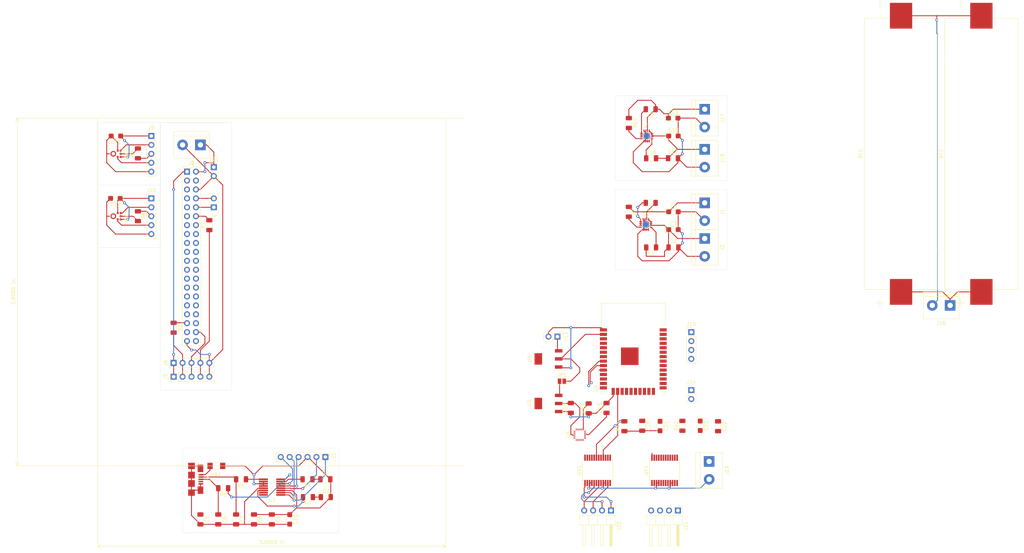
<source format=kicad_pcb>
(kicad_pcb (version 20171130) (host pcbnew "(5.1.4-0-10_14)")
  (layers (0 F.Cu signal) (31 B.Cu signal) (34 B.Paste user) (35 F.Paste user) (36 B.SilkS user) (37 F.SilkS user) (38 B.Mask user) (39 F.Mask user) (44 Edge.Cuts user))
  (net 0 "")
  (net 1 GND)
  (net 2 "Net-(BT1-Pad1)")
  (net 3 "Net-(C1-Pad2)")
  (net 4 "Net-(C1-Pad1)")
  (net 5 "Net-(C15-Pad1)")
  (net 6 "Net-(C16-Pad2)")
  (net 7 "Net-(C16-Pad1)")
  (net 8 "Net-(J5-Pad2)")
  (net 9 "Net-(J5-Pad3)")
  (net 10 "Net-(J5-Pad4)")
  (net 11 "Net-(J8-Pad3)")
  (net 12 "Net-(J8-Pad5)")
  (net 13 "Net-(J8-Pad7)")
  (net 14 "Net-(J4-Pad2)")
  (net 15 "Net-(J4-Pad1)")
  (net 16 "Net-(J8-Pad11)")
  (net 17 "Net-(J8-Pad12)")
  (net 18 "Net-(J8-Pad13)")
  (net 19 "Net-(J8-Pad15)")
  (net 20 "Net-(J8-Pad16)")
  (net 21 "Net-(J8-Pad18)")
  (net 22 "Net-(J8-Pad19)")
  (net 23 "Net-(J8-Pad21)")
  (net 24 "Net-(J8-Pad22)")
  (net 25 "Net-(J8-Pad23)")
  (net 26 "Net-(J8-Pad24)")
  (net 27 "Net-(J8-Pad26)")
  (net 28 "Net-(J8-Pad27)")
  (net 29 "Net-(J8-Pad28)")
  (net 30 "Net-(J8-Pad29)")
  (net 31 "Net-(J8-Pad31)")
  (net 32 "Net-(J8-Pad32)")
  (net 33 "Net-(J8-Pad33)")
  (net 34 "Net-(J8-Pad35)")
  (net 35 "Net-(J8-Pad36)")
  (net 36 "Net-(J8-Pad37)")
  (net 37 "Net-(J8-Pad40)")
  (net 38 +3V3)
  (net 39 "Net-(J10-Pad2)")
  (net 40 "Net-(J10-Pad4)")
  (net 41 "Net-(MIC1-Pad6)")
  (net 42 "Net-(MIC2-Pad6)")
  (net 43 "Net-(J9-Pad4)")
  (net 44 "Net-(J9-Pad2)")
  (net 45 "Net-(L1-Pad2)")
  (net 46 "Net-(R1-Pad2)")
  (net 47 "Net-(J11-Pad5)")
  (net 48 "Net-(J11-Pad2)")
  (net 49 "Net-(J11-Pad1)")
  (net 50 "Net-(J11-Pad6)")
  (net 51 "Net-(R4-Pad2)")
  (net 52 "Net-(R5-Pad1)")
  (net 53 "Net-(U2-Pad16)")
  (net 54 "Net-(U2-Pad15)")
  (net 55 "Net-(R7-Pad2)")
  (net 56 "Net-(R6-Pad1)")
  (net 57 "Net-(U4-Pad3)")
  (net 58 "Net-(U4-Pad4)")
  (net 59 "Net-(U4-Pad5)")
  (net 60 "Net-(U4-Pad6)")
  (net 61 "Net-(U4-Pad7)")
  (net 62 "Net-(U4-Pad8)")
  (net 63 "Net-(U4-Pad9)")
  (net 64 "Net-(U4-Pad10)")
  (net 65 "Net-(U4-Pad11)")
  (net 66 "Net-(U4-Pad12)")
  (net 67 "Net-(J14-Pad2)")
  (net 68 "Net-(U4-Pad14)")
  (net 69 "Net-(U4-Pad16)")
  (net 70 "Net-(U4-Pad17)")
  (net 71 "Net-(U4-Pad18)")
  (net 72 "Net-(U4-Pad19)")
  (net 73 "Net-(U4-Pad20)")
  (net 74 "Net-(U4-Pad21)")
  (net 75 "Net-(U4-Pad22)")
  (net 76 "Net-(U4-Pad23)")
  (net 77 "Net-(U4-Pad24)")
  (net 78 "Net-(U4-Pad25)")
  (net 79 "Net-(U4-Pad26)")
  (net 80 "Net-(U4-Pad27)")
  (net 81 "Net-(J14-Pad1)")
  (net 82 "Net-(U4-Pad29)")
  (net 83 "Net-(U4-Pad30)")
  (net 84 "Net-(U4-Pad31)")
  (net 85 "Net-(U4-Pad32)")
  (net 86 "Net-(U4-Pad33)")
  (net 87 "Net-(J15-Pad2)")
  (net 88 "Net-(J15-Pad1)")
  (net 89 "Net-(U4-Pad36)")
  (net 90 "Net-(U4-Pad37)")
  (net 91 "Net-(U6-Pad1)")
  (net 92 "Net-(U6-Pad2)")
  (net 93 "Net-(U6-Pad3)")
  (net 94 "Net-(U6-Pad4)")
  (net 95 "Net-(U6-Pad5)")
  (net 96 "Net-(U6-Pad6)")
  (net 97 "Net-(U6-Pad7)")
  (net 98 "Net-(U6-Pad11)")
  (net 99 "Net-(U6-Pad12)")
  (net 100 "Net-(U6-Pad14)")
  (net 101 "Net-(U6-Pad15)")
  (net 102 "Net-(U6-Pad16)")
  (net 103 "Net-(U6-Pad17)")
  (net 104 "Net-(U6-Pad19)")
  (net 105 "Net-(U6-Pad21)")
  (net 106 "Net-(R10-Pad2)")
  (net 107 "Net-(L2-Pad2)")
  (net 108 "Net-(R11-Pad2)")
  (net 109 "Net-(J20-Pad3)")
  (net 110 "Net-(J20-Pad4)")
  (net 111 "Net-(J20-Pad2)")
  (net 112 "Net-(J20-Pad1)")
  (net 113 "Net-(J21-Pad1)")
  (net 114 "Net-(J21-Pad2)")
  (net 115 "Net-(J21-Pad4)")
  (net 116 "Net-(J21-Pad3)")
  (net 117 "Net-(R12-Pad2)")
  (net 118 "Net-(C5-Pad1)")
  (net 119 "Net-(C6-Pad1)")
  (net 120 "Net-(C7-Pad1)")
  (net 121 "Net-(D1-Pad1)")
  (net 122 "Net-(D2-Pad1)")
  (net 123 "Net-(J10-Pad3)")
  (net 124 "Net-(J9-Pad3)")
  (net 125 "Net-(C4-Pad1)")
  (net 126 +1V8)
  (net 127 "Net-(C19-Pad1)")
  (net 128 "Net-(J8-Pad4)")
  (net 129 "Net-(J8-Pad9)")
  (net 130 "Net-(J8-Pad14)")
  (net 131 "Net-(J8-Pad17)")
  (net 132 "Net-(J8-Pad20)")
  (net 133 "Net-(J8-Pad25)")
  (net 134 "Net-(J8-Pad30)")
  (net 135 "Net-(J8-Pad34)")
  (net 136 "Net-(UX1-Pad12)")
  (net 137 "Net-(UX1-Pad8)")
  (net 138 "Net-(UX1-Pad6)")
  (net 139 "Net-(UX1-Pad2)")
  (net 140 "Net-(UY1-Pad2)")
  (net 141 "Net-(UY1-Pad6)")
  (net 142 "Net-(UY1-Pad8)")
  (net 143 "Net-(UY1-Pad12)")
  (net 144 "Net-(J7-Pad4)")
  (module Battery:BatteryHolder_Keystone_1042_1x18650 (layer F.Cu) (at 330.2 36.83 90)
    (fp_text reference BT1 (at 0 -11.5 90) (layer F.SilkS))
    (fp_text value Battery)
    (pad "" np_thru_hole circle (at -35.93 -8 90) (size 2.39 2.39) (drill 2.39) (layers *.Cu *.Mask))
    (pad "" np_thru_hole circle (at -27.6 8 90) (size 3.45 3.45) (drill 3.45) (layers *.Cu *.Mask))
    (pad "" np_thru_hole circle (at 27.6 -8 90) (size 3.45 3.45) (drill 3.45) (layers *.Cu *.Mask))
    (pad 2 smd rect (at 39.33 0 90) (size 7.34 6.35) (layers F.Cu F.Paste F.Mask) (net 1 GND))
    (pad 1 smd rect (at -39.33 0 90) (size 7.34 6.35) (layers F.Cu F.Paste F.Mask) (net 2 "Net-(BT1-Pad1)"))
  )
  (module Battery:BatteryHolder_Keystone_1042_1x18650 (layer F.Cu) (at 353.06 36.83 90)
    (fp_text reference BT2 (at 0 -11.5 90) (layer F.SilkS))
    (fp_text value Battery)
    (pad 1 smd rect (at -39.33 0 90) (size 7.34 6.35) (layers F.Cu F.Paste F.Mask) (net 2 "Net-(BT1-Pad1)"))
    (pad 2 smd rect (at 39.33 0 90) (size 7.34 6.35) (layers F.Cu F.Paste F.Mask) (net 1 GND))
    (pad "" np_thru_hole circle (at 27.6 -8 90) (size 3.45 3.45) (drill 3.45) (layers *.Cu *.Mask))
    (pad "" np_thru_hole circle (at -27.6 8 90) (size 3.45 3.45) (drill 3.45) (layers *.Cu *.Mask))
    (pad "" np_thru_hole circle (at -35.93 -8 90) (size 2.39 2.39) (drill 2.39) (layers *.Cu *.Mask))
  )
  (module Connector_PinHeader_2.54mm:PinHeader_1x05_P2.54mm_Vertical (layer F.Cu) (at 123.19 100.33 90)
    (fp_text reference J5 (at 0 -2.33 90) (layer F.SilkS))
    (fp_text value Conn_01x05_Female)
    (pad 1 thru_hole rect (at 0 0 90) (size 1.7 1.7) (drill 1) (layers *.Cu *.Mask) (net 38 +3V3))
    (pad 2 thru_hole oval (at 0 2.54 90) (size 1.7 1.7) (drill 1) (layers *.Cu *.Mask) (net 8 "Net-(J5-Pad2)"))
    (pad 3 thru_hole oval (at 0 5.08 90) (size 1.7 1.7) (drill 1) (layers *.Cu *.Mask) (net 9 "Net-(J5-Pad3)"))
    (pad 4 thru_hole oval (at 0 7.62 90) (size 1.7 1.7) (drill 1) (layers *.Cu *.Mask) (net 10 "Net-(J5-Pad4)"))
    (pad 5 thru_hole oval (at 0 10.16 90) (size 1.7 1.7) (drill 1) (layers *.Cu *.Mask) (net 1 GND))
  )
  (module Connector_PinHeader_2.54mm:PinHeader_1x05_P2.54mm_Vertical (layer F.Cu) (at 123.19 96.394999 90)
    (fp_text reference J6 (at 0 -2.33 90) (layer F.SilkS))
    (fp_text value Conn_01x05_Female)
    (pad 5 thru_hole oval (at 0 10.16 90) (size 1.7 1.7) (drill 1) (layers *.Cu *.Mask) (net 1 GND))
    (pad 4 thru_hole oval (at 0 7.62 90) (size 1.7 1.7) (drill 1) (layers *.Cu *.Mask) (net 10 "Net-(J5-Pad4)"))
    (pad 3 thru_hole oval (at 0 5.08 90) (size 1.7 1.7) (drill 1) (layers *.Cu *.Mask) (net 9 "Net-(J5-Pad3)"))
    (pad 2 thru_hole oval (at 0 2.54 90) (size 1.7 1.7) (drill 1) (layers *.Cu *.Mask) (net 8 "Net-(J5-Pad2)"))
    (pad 1 thru_hole rect (at 0 0 90) (size 1.7 1.7) (drill 1) (layers *.Cu *.Mask) (net 38 +3V3))
  )
  (module Connector_PinHeader_2.54mm:PinHeader_2x20_P2.54mm_Vertical (layer F.Cu) (at 127 41.91)
    (fp_text reference J8 (at 1.27 -2.33) (layer F.SilkS))
    (fp_text value Raspberry_Pi_2_3)
    (pad 1 thru_hole rect (at 0 0) (size 1.7 1.7) (drill 1) (layers *.Cu *.Mask) (net 38 +3V3))
    (pad 2 thru_hole oval (at 2.54 0) (size 1.7 1.7) (drill 1) (layers *.Cu *.Mask) (net 38 +3V3))
    (pad 3 thru_hole oval (at 0 2.54) (size 1.7 1.7) (drill 1) (layers *.Cu *.Mask) (net 11 "Net-(J8-Pad3)"))
    (pad 4 thru_hole oval (at 2.54 2.54) (size 1.7 1.7) (drill 1) (layers *.Cu *.Mask) (net 128 "Net-(J8-Pad4)"))
    (pad 5 thru_hole oval (at 0 5.08) (size 1.7 1.7) (drill 1) (layers *.Cu *.Mask) (net 12 "Net-(J8-Pad5)"))
    (pad 6 thru_hole oval (at 2.54 5.08) (size 1.7 1.7) (drill 1) (layers *.Cu *.Mask) (net 1 GND))
    (pad 7 thru_hole oval (at 0 7.62) (size 1.7 1.7) (drill 1) (layers *.Cu *.Mask) (net 13 "Net-(J8-Pad7)"))
    (pad 8 thru_hole oval (at 2.54 7.62) (size 1.7 1.7) (drill 1) (layers *.Cu *.Mask) (net 14 "Net-(J4-Pad2)"))
    (pad 9 thru_hole oval (at 0 10.16) (size 1.7 1.7) (drill 1) (layers *.Cu *.Mask) (net 129 "Net-(J8-Pad9)"))
    (pad 10 thru_hole oval (at 2.54 10.16) (size 1.7 1.7) (drill 1) (layers *.Cu *.Mask) (net 15 "Net-(J4-Pad1)"))
    (pad 11 thru_hole oval (at 0 12.7) (size 1.7 1.7) (drill 1) (layers *.Cu *.Mask) (net 16 "Net-(J8-Pad11)"))
    (pad 12 thru_hole oval (at 2.54 12.7) (size 1.7 1.7) (drill 1) (layers *.Cu *.Mask) (net 17 "Net-(J8-Pad12)"))
    (pad 13 thru_hole oval (at 0 15.24) (size 1.7 1.7) (drill 1) (layers *.Cu *.Mask) (net 18 "Net-(J8-Pad13)"))
    (pad 14 thru_hole oval (at 2.54 15.24) (size 1.7 1.7) (drill 1) (layers *.Cu *.Mask) (net 130 "Net-(J8-Pad14)"))
    (pad 15 thru_hole oval (at 0 17.78) (size 1.7 1.7) (drill 1) (layers *.Cu *.Mask) (net 19 "Net-(J8-Pad15)"))
    (pad 16 thru_hole oval (at 2.54 17.78) (size 1.7 1.7) (drill 1) (layers *.Cu *.Mask) (net 20 "Net-(J8-Pad16)"))
    (pad 17 thru_hole oval (at 0 20.32) (size 1.7 1.7) (drill 1) (layers *.Cu *.Mask) (net 131 "Net-(J8-Pad17)"))
    (pad 18 thru_hole oval (at 2.54 20.32) (size 1.7 1.7) (drill 1) (layers *.Cu *.Mask) (net 21 "Net-(J8-Pad18)"))
    (pad 19 thru_hole oval (at 0 22.86) (size 1.7 1.7) (drill 1) (layers *.Cu *.Mask) (net 22 "Net-(J8-Pad19)"))
    (pad 20 thru_hole oval (at 2.54 22.86) (size 1.7 1.7) (drill 1) (layers *.Cu *.Mask) (net 132 "Net-(J8-Pad20)"))
    (pad 21 thru_hole oval (at 0 25.4) (size 1.7 1.7) (drill 1) (layers *.Cu *.Mask) (net 23 "Net-(J8-Pad21)"))
    (pad 22 thru_hole oval (at 2.54 25.4) (size 1.7 1.7) (drill 1) (layers *.Cu *.Mask) (net 24 "Net-(J8-Pad22)"))
    (pad 23 thru_hole oval (at 0 27.94) (size 1.7 1.7) (drill 1) (layers *.Cu *.Mask) (net 25 "Net-(J8-Pad23)"))
    (pad 24 thru_hole oval (at 2.54 27.94) (size 1.7 1.7) (drill 1) (layers *.Cu *.Mask) (net 26 "Net-(J8-Pad24)"))
    (pad 25 thru_hole oval (at 0 30.48) (size 1.7 1.7) (drill 1) (layers *.Cu *.Mask) (net 133 "Net-(J8-Pad25)"))
    (pad 26 thru_hole oval (at 2.54 30.48) (size 1.7 1.7) (drill 1) (layers *.Cu *.Mask) (net 27 "Net-(J8-Pad26)"))
    (pad 27 thru_hole oval (at 0 33.02) (size 1.7 1.7) (drill 1) (layers *.Cu *.Mask) (net 28 "Net-(J8-Pad27)"))
    (pad 28 thru_hole oval (at 2.54 33.02) (size 1.7 1.7) (drill 1) (layers *.Cu *.Mask) (net 29 "Net-(J8-Pad28)"))
    (pad 29 thru_hole oval (at 0 35.56) (size 1.7 1.7) (drill 1) (layers *.Cu *.Mask) (net 30 "Net-(J8-Pad29)"))
    (pad 30 thru_hole oval (at 2.54 35.56) (size 1.7 1.7) (drill 1) (layers *.Cu *.Mask) (net 134 "Net-(J8-Pad30)"))
    (pad 31 thru_hole oval (at 0 38.1) (size 1.7 1.7) (drill 1) (layers *.Cu *.Mask) (net 31 "Net-(J8-Pad31)"))
    (pad 32 thru_hole oval (at 2.54 38.1) (size 1.7 1.7) (drill 1) (layers *.Cu *.Mask) (net 32 "Net-(J8-Pad32)"))
    (pad 33 thru_hole oval (at 0 40.64) (size 1.7 1.7) (drill 1) (layers *.Cu *.Mask) (net 33 "Net-(J8-Pad33)"))
    (pad 34 thru_hole oval (at 2.54 40.64) (size 1.7 1.7) (drill 1) (layers *.Cu *.Mask) (net 135 "Net-(J8-Pad34)"))
    (pad 35 thru_hole oval (at 0 43.18) (size 1.7 1.7) (drill 1) (layers *.Cu *.Mask) (net 34 "Net-(J8-Pad35)"))
    (pad 36 thru_hole oval (at 2.54 43.18) (size 1.7 1.7) (drill 1) (layers *.Cu *.Mask) (net 35 "Net-(J8-Pad36)"))
    (pad 37 thru_hole oval (at 0 45.72) (size 1.7 1.7) (drill 1) (layers *.Cu *.Mask) (net 36 "Net-(J8-Pad37)"))
    (pad 38 thru_hole oval (at 2.54 45.72) (size 1.7 1.7) (drill 1) (layers *.Cu *.Mask) (net 9 "Net-(J5-Pad3)"))
    (pad 39 thru_hole oval (at 0 48.26) (size 1.7 1.7) (drill 1) (layers *.Cu *.Mask) (net 1 GND))
    (pad 40 thru_hole oval (at 2.54 48.26) (size 1.7 1.7) (drill 1) (layers *.Cu *.Mask) (net 37 "Net-(J8-Pad40)"))
  )
  (module Jumper:SolderJumper-2_P1.3mm_Open_Pad1.0x1.5mm (layer F.Cu) (at 233.68 101.6)
    (fp_text reference JP1 (at 0 -1.8) (layer F.SilkS))
    (fp_text value Jumper)
    (pad 2 smd rect (at 0.65 0) (size 1 1.5) (layers F.Cu F.Mask) (net 38 +3V3))
    (pad 1 smd rect (at -0.65 0) (size 1 1.5) (layers F.Cu F.Mask) (net 38 +3V3))
  )
  (module digikey-footprints:SPH0645LM4H-B (layer F.Cu) (at 106.018 54.61 270)
    (fp_text reference MIC1 (at 0 -3.77 90) (layer F.SilkS))
    (fp_text value SPH0645LM4H-B)
    (fp_circle (center 0 0) (end 0.662 0) (layer F.Cu) (width 0.3))
    (pad 3 smd circle (at 0 0.662 270) (size 0.3 0.3) (layers F.Cu F.Paste F.Mask) (net 1 GND))
    (pad 3 smd circle (at 0 -0.662 270) (size 0.3 0.3) (layers F.Cu F.Paste F.Mask) (net 1 GND))
    (pad 3 smd circle (at -0.662 0 270) (size 0.3 0.3) (layers F.Cu F.Paste F.Mask) (net 1 GND))
    (pad 3 smd circle (at 0.662 0 270) (size 0.3 0.3) (layers F.Cu F.Paste F.Mask) (net 1 GND))
    (pad 1 smd rect (at -0.9 -2.074 270) (size 0.6 0.522) (layers F.Cu F.Paste F.Mask) (net 39 "Net-(J10-Pad2)"))
    (pad "" np_thru_hole circle (at 0 0 270) (size 0.325 0.325) (drill 0.325) (layers *.Cu *.Mask))
    (pad 2 smd rect (at -0.9 -1.252 270) (size 0.6 0.522) (layers F.Cu F.Paste F.Mask) (net 38 +3V3))
    (pad 4 smd rect (at 0.9 -1.252 270) (size 0.6 0.522) (layers F.Cu F.Paste F.Mask) (net 40 "Net-(J10-Pad4)"))
    (pad 5 smd rect (at 0.9 -2.074 270) (size 0.6 0.522) (layers F.Cu F.Paste F.Mask) (net 38 +3V3))
    (pad 6 smd rect (at 0 -2.074 270) (size 0.6 0.522) (layers F.Cu F.Paste F.Mask) (net 41 "Net-(MIC1-Pad6)"))
  )
  (module digikey-footprints:SPH0645LM4H-B (layer F.Cu) (at 106.018 36.83 270)
    (fp_text reference MIC2 (at 0 -3.77 90) (layer F.SilkS))
    (fp_text value SPH0645LM4H-B)
    (fp_circle (center 0 0) (end 0.662 0) (layer F.Cu) (width 0.3))
    (pad 6 smd rect (at 0 -2.074 270) (size 0.6 0.522) (layers F.Cu F.Paste F.Mask) (net 42 "Net-(MIC2-Pad6)"))
    (pad 5 smd rect (at 0.9 -2.074 270) (size 0.6 0.522) (layers F.Cu F.Paste F.Mask) (net 38 +3V3))
    (pad 4 smd rect (at 0.9 -1.252 270) (size 0.6 0.522) (layers F.Cu F.Paste F.Mask) (net 43 "Net-(J9-Pad4)"))
    (pad 2 smd rect (at -0.9 -1.252 270) (size 0.6 0.522) (layers F.Cu F.Paste F.Mask) (net 1 GND))
    (pad "" np_thru_hole circle (at 0 0 270) (size 0.325 0.325) (drill 0.325) (layers *.Cu *.Mask))
    (pad 1 smd rect (at -0.9 -2.074 270) (size 0.6 0.522) (layers F.Cu F.Paste F.Mask) (net 44 "Net-(J9-Pad2)"))
    (pad 3 smd circle (at 0.662 0 270) (size 0.3 0.3) (layers F.Cu F.Paste F.Mask) (net 1 GND))
    (pad 3 smd circle (at -0.662 0 270) (size 0.3 0.3) (layers F.Cu F.Paste F.Mask) (net 1 GND))
    (pad 3 smd circle (at 0 -0.662 270) (size 0.3 0.3) (layers F.Cu F.Paste F.Mask) (net 1 GND))
    (pad 3 smd circle (at 0 0.662 270) (size 0.3 0.3) (layers F.Cu F.Paste F.Mask) (net 1 GND))
  )
  (module Package_DFN_QFN:VQFN-16-1EP_3x3mm_P0.5mm_EP1.68x1.68mm_ThermalVias (layer F.Cu) (at 257.56 56.9575)
    (fp_text reference U1 (at 0 -2.82) (layer F.SilkS))
    (fp_text value TPS62133)
    (pad 17 smd roundrect (at 0 0) (size 1.68 1.68) (layers F.Cu F.Mask) (roundrect_rratio 0.14881) (net 1 GND))
    (pad 17 thru_hole circle (at -0.59 -0.59) (size 0.5 0.5) (drill 0.2) (layers *.Cu) (net 1 GND))
    (pad 17 thru_hole circle (at 0.59 -0.59) (size 0.5 0.5) (drill 0.2) (layers *.Cu) (net 1 GND))
    (pad 17 thru_hole circle (at -0.59 0.59) (size 0.5 0.5) (drill 0.2) (layers *.Cu) (net 1 GND))
    (pad 17 thru_hole circle (at 0.59 0.59) (size 0.5 0.5) (drill 0.2) (layers *.Cu) (net 1 GND))
    (pad 17 smd roundrect (at 0 0) (size 1.68 1.68) (layers B.Cu) (roundrect_rratio 0.14881) (net 1 GND))
    (pad 1 smd roundrect (at -1.4625 -0.75) (size 0.825 0.25) (layers F.Cu F.Paste F.Mask) (net 45 "Net-(L1-Pad2)"))
    (pad 2 smd roundrect (at -1.4625 -0.25) (size 0.825 0.25) (layers F.Cu F.Paste F.Mask) (net 45 "Net-(L1-Pad2)"))
    (pad 3 smd roundrect (at -1.4625 0.25) (size 0.825 0.25) (layers F.Cu F.Paste F.Mask) (net 45 "Net-(L1-Pad2)"))
    (pad 4 smd roundrect (at -1.4625 0.75) (size 0.825 0.25) (layers F.Cu F.Paste F.Mask) (net 46 "Net-(R1-Pad2)"))
    (pad 5 smd roundrect (at -0.75 1.4625) (size 0.25 0.825) (layers F.Cu F.Paste F.Mask) (net 1 GND))
    (pad 6 smd roundrect (at -0.25 1.4625) (size 0.25 0.825) (layers F.Cu F.Paste F.Mask) (net 1 GND))
    (pad 7 smd roundrect (at 0.25 1.4625) (size 0.25 0.825) (layers F.Cu F.Paste F.Mask) (net 1 GND))
    (pad 8 smd roundrect (at 0.75 1.4625) (size 0.25 0.825) (layers F.Cu F.Paste F.Mask) (net 1 GND))
    (pad 9 smd roundrect (at 1.4625 0.75) (size 0.825 0.25) (layers F.Cu F.Paste F.Mask) (net 4 "Net-(C1-Pad1)"))
    (pad 10 smd roundrect (at 1.4625 0.25) (size 0.825 0.25) (layers F.Cu F.Paste F.Mask) (net 3 "Net-(C1-Pad2)"))
    (pad 11 smd roundrect (at 1.4625 -0.25) (size 0.825 0.25) (layers F.Cu F.Paste F.Mask) (net 3 "Net-(C1-Pad2)"))
    (pad 12 smd roundrect (at 1.4625 -0.75) (size 0.825 0.25) (layers F.Cu F.Paste F.Mask) (net 3 "Net-(C1-Pad2)"))
    (pad 13 smd roundrect (at 0.75 -1.4625) (size 0.25 0.825) (layers F.Cu F.Paste F.Mask) (net 3 "Net-(C1-Pad2)"))
    (pad 14 smd roundrect (at 0.25 -1.4625) (size 0.25 0.825) (layers F.Cu F.Paste F.Mask) (net 125 "Net-(C4-Pad1)"))
    (pad 15 smd roundrect (at -0.25 -1.4625) (size 0.25 0.825) (layers F.Cu F.Paste F.Mask) (net 1 GND))
    (pad 16 smd roundrect (at -0.75 -1.4625) (size 0.25 0.825) (layers F.Cu F.Paste F.Mask) (net 1 GND))
  )
  (module digikey-footprints:SSOP-16_W3.90mm (layer F.Cu) (at 151.2062 131.7625 180)
    (fp_text reference U2 (at 0 -3.75) (layer F.SilkS))
    (fp_text value FT230XS-U)
    (pad 2 smd rect (at -2.4638 -1.5875 180) (size 2.54 0.4572) (layers F.Cu F.Paste F.Mask) (net 47 "Net-(J11-Pad5)"))
    (pad 4 smd rect (at -2.4638 -0.3175 180) (size 2.54 0.4572) (layers F.Cu F.Paste F.Mask) (net 48 "Net-(J11-Pad2)"))
    (pad 3 smd rect (at -2.4638 -0.9525 180) (size 2.54 0.4572) (layers F.Cu F.Paste F.Mask) (net 38 +3V3))
    (pad 1 smd rect (at -2.4638 -2.2225 180) (size 2.54 0.4572) (layers F.Cu F.Paste F.Mask) (net 49 "Net-(J11-Pad1)"))
    (pad 5 smd rect (at -2.4638 0.3175 180) (size 2.54 0.4572) (layers F.Cu F.Paste F.Mask) (net 1 GND))
    (pad 6 smd rect (at -2.4638 0.9525 180) (size 2.54 0.4572) (layers F.Cu F.Paste F.Mask) (net 50 "Net-(J11-Pad6)"))
    (pad 7 smd rect (at -2.4638 1.5875 180) (size 2.54 0.4572) (layers F.Cu F.Paste F.Mask) (net 51 "Net-(R4-Pad2)"))
    (pad 8 smd rect (at -2.4638 2.2225 180) (size 2.54 0.4572) (layers F.Cu F.Paste F.Mask) (net 52 "Net-(R5-Pad1)"))
    (pad 16 smd rect (at 2.4638 -2.2225 180) (size 2.54 0.4572) (layers F.Cu F.Paste F.Mask) (net 53 "Net-(U2-Pad16)"))
    (pad 15 smd rect (at 2.4638 -1.5875 180) (size 2.54 0.4572) (layers F.Cu F.Paste F.Mask) (net 54 "Net-(U2-Pad15)"))
    (pad 14 smd rect (at 2.4638 -0.9525 180) (size 2.54 0.4572) (layers F.Cu F.Paste F.Mask) (net 55 "Net-(R7-Pad2)"))
    (pad 13 smd rect (at 2.4638 -0.3175 180) (size 2.54 0.4572) (layers F.Cu F.Paste F.Mask) (net 1 GND))
    (pad 12 smd rect (at 2.4638 0.3175 180) (size 2.54 0.4572) (layers F.Cu F.Paste F.Mask) (net 38 +3V3))
    (pad 11 smd rect (at 2.4638 0.9525 180) (size 2.54 0.4572) (layers F.Cu F.Paste F.Mask) (net 38 +3V3))
    (pad 10 smd rect (at 2.4638 1.5875 180) (size 2.54 0.4572) (layers F.Cu F.Paste F.Mask) (net 38 +3V3))
    (pad 9 smd rect (at 2.4638 2.2225 180) (size 2.54 0.4572) (layers F.Cu F.Paste F.Mask) (net 56 "Net-(R6-Pad1)"))
  )
  (module RF_Module:ESP32-WROOM-32 (layer F.Cu) (at 254 95.25)
    (fp_text reference U4 (at -10.61 8.43 90) (layer F.SilkS))
    (fp_text value ESP32-WROOM-32)
    (pad 39 smd rect (at -1 -0.755) (size 5 5) (layers F.Cu F.Paste F.Mask))
    (pad 1 smd rect (at -8.5 -8.255) (size 2 0.9) (layers F.Cu F.Paste F.Mask) (net 1 GND))
    (pad 2 smd rect (at -8.5 -6.985) (size 2 0.9) (layers F.Cu F.Paste F.Mask) (net 38 +3V3))
    (pad 3 smd rect (at -8.5 -5.715) (size 2 0.9) (layers F.Cu F.Paste F.Mask) (net 57 "Net-(U4-Pad3)"))
    (pad 4 smd rect (at -8.5 -4.445) (size 2 0.9) (layers F.Cu F.Paste F.Mask) (net 58 "Net-(U4-Pad4)"))
    (pad 5 smd rect (at -8.5 -3.175) (size 2 0.9) (layers F.Cu F.Paste F.Mask) (net 59 "Net-(U4-Pad5)"))
    (pad 6 smd rect (at -8.5 -1.905) (size 2 0.9) (layers F.Cu F.Paste F.Mask) (net 60 "Net-(U4-Pad6)"))
    (pad 7 smd rect (at -8.5 -0.635) (size 2 0.9) (layers F.Cu F.Paste F.Mask) (net 61 "Net-(U4-Pad7)"))
    (pad 8 smd rect (at -8.5 0.635) (size 2 0.9) (layers F.Cu F.Paste F.Mask) (net 62 "Net-(U4-Pad8)"))
    (pad 9 smd rect (at -8.5 1.905) (size 2 0.9) (layers F.Cu F.Paste F.Mask) (net 63 "Net-(U4-Pad9)"))
    (pad 10 smd rect (at -8.5 3.175) (size 2 0.9) (layers F.Cu F.Paste F.Mask) (net 64 "Net-(U4-Pad10)"))
    (pad 11 smd rect (at -8.5 4.445) (size 2 0.9) (layers F.Cu F.Paste F.Mask) (net 65 "Net-(U4-Pad11)"))
    (pad 12 smd rect (at -8.5 5.715) (size 2 0.9) (layers F.Cu F.Paste F.Mask) (net 66 "Net-(U4-Pad12)"))
    (pad 13 smd rect (at -8.5 6.985) (size 2 0.9) (layers F.Cu F.Paste F.Mask) (net 67 "Net-(J14-Pad2)"))
    (pad 14 smd rect (at -8.5 8.255) (size 2 0.9) (layers F.Cu F.Paste F.Mask) (net 68 "Net-(U4-Pad14)"))
    (pad 15 smd rect (at -5.715 9.255 90) (size 2 0.9) (layers F.Cu F.Paste F.Mask) (net 1 GND))
    (pad 16 smd rect (at -4.445 9.255 90) (size 2 0.9) (layers F.Cu F.Paste F.Mask) (net 69 "Net-(U4-Pad16)"))
    (pad 17 smd rect (at -3.175 9.255 90) (size 2 0.9) (layers F.Cu F.Paste F.Mask) (net 70 "Net-(U4-Pad17)"))
    (pad 18 smd rect (at -1.905 9.255 90) (size 2 0.9) (layers F.Cu F.Paste F.Mask) (net 71 "Net-(U4-Pad18)"))
    (pad 19 smd rect (at -0.635 9.255 90) (size 2 0.9) (layers F.Cu F.Paste F.Mask) (net 72 "Net-(U4-Pad19)"))
    (pad 20 smd rect (at 0.635 9.255 90) (size 2 0.9) (layers F.Cu F.Paste F.Mask) (net 73 "Net-(U4-Pad20)"))
    (pad 21 smd rect (at 1.905 9.255 90) (size 2 0.9) (layers F.Cu F.Paste F.Mask) (net 74 "Net-(U4-Pad21)"))
    (pad 22 smd rect (at 3.175 9.255 90) (size 2 0.9) (layers F.Cu F.Paste F.Mask) (net 75 "Net-(U4-Pad22)"))
    (pad 23 smd rect (at 4.445 9.255 90) (size 2 0.9) (layers F.Cu F.Paste F.Mask) (net 76 "Net-(U4-Pad23)"))
    (pad 24 smd rect (at 5.715 9.255 90) (size 2 0.9) (layers F.Cu F.Paste F.Mask) (net 77 "Net-(U4-Pad24)"))
    (pad 25 smd rect (at 8.5 8.255) (size 2 0.9) (layers F.Cu F.Paste F.Mask) (net 78 "Net-(U4-Pad25)"))
    (pad 26 smd rect (at 8.5 6.985) (size 2 0.9) (layers F.Cu F.Paste F.Mask) (net 79 "Net-(U4-Pad26)"))
    (pad 27 smd rect (at 8.5 5.715) (size 2 0.9) (layers F.Cu F.Paste F.Mask) (net 80 "Net-(U4-Pad27)"))
    (pad 28 smd rect (at 8.5 4.445) (size 2 0.9) (layers F.Cu F.Paste F.Mask) (net 81 "Net-(J14-Pad1)"))
    (pad 29 smd rect (at 8.5 3.175) (size 2 0.9) (layers F.Cu F.Paste F.Mask) (net 82 "Net-(U4-Pad29)"))
    (pad 30 smd rect (at 8.5 1.905) (size 2 0.9) (layers F.Cu F.Paste F.Mask) (net 83 "Net-(U4-Pad30)"))
    (pad 31 smd rect (at 8.5 0.635) (size 2 0.9) (layers F.Cu F.Paste F.Mask) (net 84 "Net-(U4-Pad31)"))
    (pad 32 smd rect (at 8.5 -0.635) (size 2 0.9) (layers F.Cu F.Paste F.Mask) (net 85 "Net-(U4-Pad32)"))
    (pad 33 smd rect (at 8.5 -1.905) (size 2 0.9) (layers F.Cu F.Paste F.Mask) (net 86 "Net-(U4-Pad33)"))
    (pad 34 smd rect (at 8.5 -3.175) (size 2 0.9) (layers F.Cu F.Paste F.Mask) (net 87 "Net-(J15-Pad2)"))
    (pad 35 smd rect (at 8.5 -4.445) (size 2 0.9) (layers F.Cu F.Paste F.Mask) (net 88 "Net-(J15-Pad1)"))
    (pad 36 smd rect (at 8.5 -5.715) (size 2 0.9) (layers F.Cu F.Paste F.Mask) (net 89 "Net-(U4-Pad36)"))
    (pad 37 smd rect (at 8.5 -6.985) (size 2 0.9) (layers F.Cu F.Paste F.Mask) (net 90 "Net-(U4-Pad37)"))
    (pad 38 smd rect (at 8.5 -8.255) (size 2 0.9) (layers F.Cu F.Paste F.Mask) (net 1 GND))
  )
  (module Sensor_Motion:InvenSense_QFN-24_3x3mm_P0.4mm (layer F.Cu) (at 238.76 116.84 90)
    (fp_text reference U6 (at 0 -3.25 90) (layer F.SilkS))
    (fp_text value ICM-20948)
    (pad 1 smd roundrect (at -1.5 -1 90) (size 0.55 0.2) (layers F.Cu F.Paste F.Mask) (net 91 "Net-(U6-Pad1)"))
    (pad 2 smd roundrect (at -1.5 -0.6 90) (size 0.55 0.2) (layers F.Cu F.Paste F.Mask) (net 92 "Net-(U6-Pad2)"))
    (pad 3 smd roundrect (at -1.5 -0.2 90) (size 0.55 0.2) (layers F.Cu F.Paste F.Mask) (net 93 "Net-(U6-Pad3)"))
    (pad 4 smd roundrect (at -1.5 0.2 90) (size 0.55 0.2) (layers F.Cu F.Paste F.Mask) (net 94 "Net-(U6-Pad4)"))
    (pad 5 smd roundrect (at -1.5 0.6 90) (size 0.55 0.2) (layers F.Cu F.Paste F.Mask) (net 95 "Net-(U6-Pad5)"))
    (pad 6 smd roundrect (at -1.5 1 90) (size 0.55 0.2) (layers F.Cu F.Paste F.Mask) (net 96 "Net-(U6-Pad6)"))
    (pad 7 smd roundrect (at -1 1.5 180) (size 0.55 0.2) (layers F.Cu F.Paste F.Mask) (net 97 "Net-(U6-Pad7)"))
    (pad 8 smd roundrect (at -0.6 1.5 180) (size 0.55 0.2) (layers F.Cu F.Paste F.Mask) (net 126 +1V8))
    (pad 9 smd roundrect (at -0.2 1.5 180) (size 0.55 0.2) (layers F.Cu F.Paste F.Mask) (net 126 +1V8))
    (pad 10 smd roundrect (at 0.2 1.5 180) (size 0.55 0.2) (layers F.Cu F.Paste F.Mask) (net 5 "Net-(C15-Pad1)"))
    (pad 11 smd roundrect (at 0.6 1.5 180) (size 0.55 0.2) (layers F.Cu F.Paste F.Mask) (net 98 "Net-(U6-Pad11)"))
    (pad 12 smd roundrect (at 1 1.5 180) (size 0.55 0.2) (layers F.Cu F.Paste F.Mask) (net 99 "Net-(U6-Pad12)"))
    (pad 13 smd roundrect (at 1.5 1 90) (size 0.55 0.2) (layers F.Cu F.Paste F.Mask) (net 38 +3V3))
    (pad 14 smd roundrect (at 1.5 0.6 90) (size 0.55 0.2) (layers F.Cu F.Paste F.Mask) (net 100 "Net-(U6-Pad14)"))
    (pad 15 smd roundrect (at 1.5 0.2 90) (size 0.55 0.2) (layers F.Cu F.Paste F.Mask) (net 101 "Net-(U6-Pad15)"))
    (pad 16 smd roundrect (at 1.5 -0.2 90) (size 0.55 0.2) (layers F.Cu F.Paste F.Mask) (net 102 "Net-(U6-Pad16)"))
    (pad 17 smd roundrect (at 1.5 -0.6 90) (size 0.55 0.2) (layers F.Cu F.Paste F.Mask) (net 103 "Net-(U6-Pad17)"))
    (pad 18 smd roundrect (at 1.5 -1 90) (size 0.55 0.2) (layers F.Cu F.Paste F.Mask) (net 1 GND))
    (pad 19 smd roundrect (at 1 -1.5 180) (size 0.55 0.2) (layers F.Cu F.Paste F.Mask) (net 104 "Net-(U6-Pad19)"))
    (pad 20 smd roundrect (at 0.6 -1.5 180) (size 0.55 0.2) (layers F.Cu F.Paste F.Mask) (net 1 GND))
    (pad 21 smd roundrect (at 0.2 -1.5 180) (size 0.55 0.2) (layers F.Cu F.Paste F.Mask) (net 105 "Net-(U6-Pad21)"))
    (pad 22 smd roundrect (at -0.2 -1.5 180) (size 0.55 0.2) (layers F.Cu F.Paste F.Mask) (net 126 +1V8))
    (pad 23 smd roundrect (at -0.6 -1.5 180) (size 0.55 0.2) (layers F.Cu F.Paste F.Mask) (net 89 "Net-(U4-Pad36)"))
    (pad 24 smd roundrect (at -1 -1.5 180) (size 0.55 0.2) (layers F.Cu F.Paste F.Mask) (net 86 "Net-(U4-Pad33)"))
  )
  (module Package_DFN_QFN:VQFN-16-1EP_3x3mm_P0.5mm_EP1.68x1.68mm_ThermalVias (layer F.Cu) (at 257.81 31.75)
    (fp_text reference U7 (at 0 -2.82) (layer F.SilkS))
    (fp_text value TPS62133)
    (pad 16 smd roundrect (at -0.75 -1.4625) (size 0.25 0.825) (layers F.Cu F.Paste F.Mask) (net 1 GND))
    (pad 15 smd roundrect (at -0.25 -1.4625) (size 0.25 0.825) (layers F.Cu F.Paste F.Mask) (net 1 GND))
    (pad 14 smd roundrect (at 0.25 -1.4625) (size 0.25 0.825) (layers F.Cu F.Paste F.Mask) (net 127 "Net-(C19-Pad1)"))
    (pad 13 smd roundrect (at 0.75 -1.4625) (size 0.25 0.825) (layers F.Cu F.Paste F.Mask) (net 6 "Net-(C16-Pad2)"))
    (pad 12 smd roundrect (at 1.4625 -0.75) (size 0.825 0.25) (layers F.Cu F.Paste F.Mask) (net 6 "Net-(C16-Pad2)"))
    (pad 11 smd roundrect (at 1.4625 -0.25) (size 0.825 0.25) (layers F.Cu F.Paste F.Mask) (net 6 "Net-(C16-Pad2)"))
    (pad 10 smd roundrect (at 1.4625 0.25) (size 0.825 0.25) (layers F.Cu F.Paste F.Mask) (net 6 "Net-(C16-Pad2)"))
    (pad 9 smd roundrect (at 1.4625 0.75) (size 0.825 0.25) (layers F.Cu F.Paste F.Mask) (net 7 "Net-(C16-Pad1)"))
    (pad 8 smd roundrect (at 0.75 1.4625) (size 0.25 0.825) (layers F.Cu F.Paste F.Mask) (net 1 GND))
    (pad 7 smd roundrect (at 0.25 1.4625) (size 0.25 0.825) (layers F.Cu F.Paste F.Mask) (net 1 GND))
    (pad 6 smd roundrect (at -0.25 1.4625) (size 0.25 0.825) (layers F.Cu F.Paste F.Mask) (net 1 GND))
    (pad 5 smd roundrect (at -0.75 1.4625) (size 0.25 0.825) (layers F.Cu F.Paste F.Mask) (net 1 GND))
    (pad 4 smd roundrect (at -1.4625 0.75) (size 0.825 0.25) (layers F.Cu F.Paste F.Mask) (net 106 "Net-(R10-Pad2)"))
    (pad 3 smd roundrect (at -1.4625 0.25) (size 0.825 0.25) (layers F.Cu F.Paste F.Mask) (net 107 "Net-(L2-Pad2)"))
    (pad 2 smd roundrect (at -1.4625 -0.25) (size 0.825 0.25) (layers F.Cu F.Paste F.Mask) (net 107 "Net-(L2-Pad2)"))
    (pad 1 smd roundrect (at -1.4625 -0.75) (size 0.825 0.25) (layers F.Cu F.Paste F.Mask) (net 107 "Net-(L2-Pad2)"))
    (pad 17 smd roundrect (at 0 0) (size 1.68 1.68) (layers B.Cu) (roundrect_rratio 0.14881) (net 1 GND))
    (pad 17 thru_hole circle (at 0.59 0.59) (size 0.5 0.5) (drill 0.2) (layers *.Cu) (net 1 GND))
    (pad 17 thru_hole circle (at -0.59 0.59) (size 0.5 0.5) (drill 0.2) (layers *.Cu) (net 1 GND))
    (pad 17 thru_hole circle (at 0.59 -0.59) (size 0.5 0.5) (drill 0.2) (layers *.Cu) (net 1 GND))
    (pad 17 thru_hole circle (at -0.59 -0.59) (size 0.5 0.5) (drill 0.2) (layers *.Cu) (net 1 GND))
    (pad 17 smd roundrect (at 0 0) (size 1.68 1.68) (layers F.Cu F.Mask) (roundrect_rratio 0.14881) (net 1 GND))
  )
  (module Package_SO:SSOP-24_5.3x8.2mm_P0.65mm (layer F.Cu) (at 243.84 127 90)
    (fp_text reference UX1 (at 0 -5.25 90) (layer F.SilkS))
    (fp_text value TB6612FNG)
    (pad 24 smd rect (at 3.6 -3.575 90) (size 1.75 0.45) (layers F.Cu F.Paste F.Mask) (net 38 +3V3))
    (pad 23 smd rect (at 3.6 -2.925 90) (size 1.75 0.45) (layers F.Cu F.Paste F.Mask) (net 64 "Net-(U4-Pad10)"))
    (pad 22 smd rect (at 3.6 -2.275 90) (size 1.75 0.45) (layers F.Cu F.Paste F.Mask) (net 90 "Net-(U4-Pad37)"))
    (pad 21 smd rect (at 3.6 -1.625 90) (size 1.75 0.45) (layers F.Cu F.Paste F.Mask) (net 66 "Net-(U4-Pad12)"))
    (pad 20 smd rect (at 3.6 -0.975 90) (size 1.75 0.45) (layers F.Cu F.Paste F.Mask) (net 38 +3V3))
    (pad 19 smd rect (at 3.6 -0.325 90) (size 1.75 0.45) (layers F.Cu F.Paste F.Mask) (net 108 "Net-(R11-Pad2)"))
    (pad 18 smd rect (at 3.6 0.325 90) (size 1.75 0.45) (layers F.Cu F.Paste F.Mask) (net 1 GND))
    (pad 17 smd rect (at 3.6 0.975 90) (size 1.75 0.45) (layers F.Cu F.Paste F.Mask) (net 68 "Net-(U4-Pad14)"))
    (pad 16 smd rect (at 3.6 1.625 90) (size 1.75 0.45) (layers F.Cu F.Paste F.Mask) (net 69 "Net-(U4-Pad16)"))
    (pad 15 smd rect (at 3.6 2.275 90) (size 1.75 0.45) (layers F.Cu F.Paste F.Mask) (net 62 "Net-(U4-Pad8)"))
    (pad 14 smd rect (at 3.6 2.925 90) (size 1.75 0.45) (layers F.Cu F.Paste F.Mask) (net 38 +3V3))
    (pad 13 smd rect (at 3.6 3.575 90) (size 1.75 0.45) (layers F.Cu F.Paste F.Mask) (net 38 +3V3))
    (pad 12 smd rect (at -3.6 3.575 90) (size 1.75 0.45) (layers F.Cu F.Paste F.Mask) (net 136 "Net-(UX1-Pad12)"))
    (pad 11 smd rect (at -3.6 2.925 90) (size 1.75 0.45) (layers F.Cu F.Paste F.Mask) (net 109 "Net-(J20-Pad3)"))
    (pad 10 smd rect (at -3.6 2.275 90) (size 1.75 0.45) (layers F.Cu F.Paste F.Mask) (net 1 GND))
    (pad 9 smd rect (at -3.6 1.625 90) (size 1.75 0.45) (layers F.Cu F.Paste F.Mask) (net 1 GND))
    (pad 8 smd rect (at -3.6 0.975 90) (size 1.75 0.45) (layers F.Cu F.Paste F.Mask) (net 137 "Net-(UX1-Pad8)"))
    (pad 7 smd rect (at -3.6 0.325 90) (size 1.75 0.45) (layers F.Cu F.Paste F.Mask) (net 110 "Net-(J20-Pad4)"))
    (pad 6 smd rect (at -3.6 -0.325 90) (size 1.75 0.45) (layers F.Cu F.Paste F.Mask) (net 138 "Net-(UX1-Pad6)"))
    (pad 5 smd rect (at -3.6 -0.975 90) (size 1.75 0.45) (layers F.Cu F.Paste F.Mask) (net 111 "Net-(J20-Pad2)"))
    (pad 4 smd rect (at -3.6 -1.625 90) (size 1.75 0.45) (layers F.Cu F.Paste F.Mask) (net 1 GND))
    (pad 3 smd rect (at -3.6 -2.275 90) (size 1.75 0.45) (layers F.Cu F.Paste F.Mask) (net 1 GND))
    (pad 2 smd rect (at -3.6 -2.925 90) (size 1.75 0.45) (layers F.Cu F.Paste F.Mask) (net 139 "Net-(UX1-Pad2)"))
    (pad 1 smd rect (at -3.6 -3.575 90) (size 1.75 0.45) (layers F.Cu F.Paste F.Mask) (net 112 "Net-(J20-Pad1)"))
  )
  (module Package_SO:SSOP-24_5.3x8.2mm_P0.65mm (layer F.Cu) (at 262.89 127 90)
    (fp_text reference UY1 (at 0 -5.25 90) (layer F.SilkS))
    (fp_text value TB6612FNG)
    (pad 1 smd rect (at -3.6 -3.575 90) (size 1.75 0.45) (layers F.Cu F.Paste F.Mask) (net 113 "Net-(J21-Pad1)"))
    (pad 2 smd rect (at -3.6 -2.925 90) (size 1.75 0.45) (layers F.Cu F.Paste F.Mask) (net 140 "Net-(UY1-Pad2)"))
    (pad 3 smd rect (at -3.6 -2.275 90) (size 1.75 0.45) (layers F.Cu F.Paste F.Mask) (net 1 GND))
    (pad 4 smd rect (at -3.6 -1.625 90) (size 1.75 0.45) (layers F.Cu F.Paste F.Mask) (net 1 GND))
    (pad 5 smd rect (at -3.6 -0.975 90) (size 1.75 0.45) (layers F.Cu F.Paste F.Mask) (net 114 "Net-(J21-Pad2)"))
    (pad 6 smd rect (at -3.6 -0.325 90) (size 1.75 0.45) (layers F.Cu F.Paste F.Mask) (net 141 "Net-(UY1-Pad6)"))
    (pad 7 smd rect (at -3.6 0.325 90) (size 1.75 0.45) (layers F.Cu F.Paste F.Mask) (net 115 "Net-(J21-Pad4)"))
    (pad 8 smd rect (at -3.6 0.975 90) (size 1.75 0.45) (layers F.Cu F.Paste F.Mask) (net 142 "Net-(UY1-Pad8)"))
    (pad 9 smd rect (at -3.6 1.625 90) (size 1.75 0.45) (layers F.Cu F.Paste F.Mask) (net 1 GND))
    (pad 10 smd rect (at -3.6 2.275 90) (size 1.75 0.45) (layers F.Cu F.Paste F.Mask) (net 1 GND))
    (pad 11 smd rect (at -3.6 2.925 90) (size 1.75 0.45) (layers F.Cu F.Paste F.Mask) (net 116 "Net-(J21-Pad3)"))
    (pad 12 smd rect (at -3.6 3.575 90) (size 1.75 0.45) (layers F.Cu F.Paste F.Mask) (net 143 "Net-(UY1-Pad12)"))
    (pad 13 smd rect (at 3.6 3.575 90) (size 1.75 0.45) (layers F.Cu F.Paste F.Mask) (net 38 +3V3))
    (pad 14 smd rect (at 3.6 2.925 90) (size 1.75 0.45) (layers F.Cu F.Paste F.Mask) (net 38 +3V3))
    (pad 15 smd rect (at 3.6 2.275 90) (size 1.75 0.45) (layers F.Cu F.Paste F.Mask) (net 63 "Net-(U4-Pad9)"))
    (pad 16 smd rect (at 3.6 1.625 90) (size 1.75 0.45) (layers F.Cu F.Paste F.Mask) (net 79 "Net-(U4-Pad26)"))
    (pad 17 smd rect (at 3.6 0.975 90) (size 1.75 0.45) (layers F.Cu F.Paste F.Mask) (net 80 "Net-(U4-Pad27)"))
    (pad 18 smd rect (at 3.6 0.325 90) (size 1.75 0.45) (layers F.Cu F.Paste F.Mask) (net 1 GND))
    (pad 19 smd rect (at 3.6 -0.325 90) (size 1.75 0.45) (layers F.Cu F.Paste F.Mask) (net 117 "Net-(R12-Pad2)"))
    (pad 20 smd rect (at 3.6 -0.975 90) (size 1.75 0.45) (layers F.Cu F.Paste F.Mask) (net 38 +3V3))
    (pad 21 smd rect (at 3.6 -1.625 90) (size 1.75 0.45) (layers F.Cu F.Paste F.Mask) (net 83 "Net-(U4-Pad30)"))
    (pad 22 smd rect (at 3.6 -2.275 90) (size 1.75 0.45) (layers F.Cu F.Paste F.Mask) (net 84 "Net-(U4-Pad31)"))
    (pad 23 smd rect (at 3.6 -2.925 90) (size 1.75 0.45) (layers F.Cu F.Paste F.Mask) (net 65 "Net-(U4-Pad11)"))
    (pad 24 smd rect (at 3.6 -3.575 90) (size 1.75 0.45) (layers F.Cu F.Paste F.Mask) (net 38 +3V3))
  )
  (module Capacitor_SMD:C_1206_3216Metric (layer F.Cu) (at 259.08 63.5 180)
    (fp_text reference C1 (at 0 -1.82) (layer F.SilkS))
    (fp_text value 3.3nF)
    (pad 1 smd roundrect (at -1.4 0 180) (size 1.25 1.75) (layers F.Cu F.Paste F.Mask) (roundrect_rratio 0.2) (net 4 "Net-(C1-Pad1)"))
    (pad 2 smd roundrect (at 1.4 0 180) (size 1.25 1.75) (layers F.Cu F.Paste F.Mask) (roundrect_rratio 0.2) (net 3 "Net-(C1-Pad2)"))
  )
  (module Capacitor_SMD:C_1206_3216Metric (layer F.Cu) (at 265.43 63.5)
    (fp_text reference C2 (at 0 -1.82) (layer F.SilkS))
    (fp_text value 0.1μF)
    (pad 2 smd roundrect (at 1.4 0) (size 1.25 1.75) (layers F.Cu F.Paste F.Mask) (roundrect_rratio 0.2) (net 1 GND))
    (pad 1 smd roundrect (at -1.4 0) (size 1.25 1.75) (layers F.Cu F.Paste F.Mask) (roundrect_rratio 0.2) (net 3 "Net-(C1-Pad2)"))
  )
  (module Capacitor_Tantalum_SMD:CP_EIA-3216-10_Kemet-I (layer F.Cu) (at 265.43 58.42)
    (fp_text reference C3 (at 0 -1.75) (layer F.SilkS))
    (fp_text value 10μF)
    (pad 2 smd roundrect (at 1.35 0) (size 1.4 1.35) (layers F.Cu F.Paste F.Mask) (roundrect_rratio 0.185185) (net 1 GND))
    (pad 1 smd roundrect (at -1.35 0) (size 1.4 1.35) (layers F.Cu F.Paste F.Mask) (roundrect_rratio 0.185185) (net 3 "Net-(C1-Pad2)"))
  )
  (module Capacitor_Tantalum_SMD:CP_EIA-3216-10_Kemet-I (layer F.Cu) (at 265.43 53.34)
    (fp_text reference C4 (at 0 -1.75) (layer F.SilkS))
    (fp_text value 22μF)
    (pad 1 smd roundrect (at -1.35 0) (size 1.4 1.35) (layers F.Cu F.Paste F.Mask) (roundrect_rratio 0.185185) (net 125 "Net-(C4-Pad1)"))
    (pad 2 smd roundrect (at 1.35 0) (size 1.4 1.35) (layers F.Cu F.Paste F.Mask) (roundrect_rratio 0.185185) (net 1 GND))
  )
  (module Capacitor_SMD:C_1206_3216Metric (layer F.Cu) (at 130.81 140.97 270)
    (fp_text reference C5 (at 0 -1.82 90) (layer F.SilkS))
    (fp_text value 10nF)
    (pad 1 smd roundrect (at -1.4 0 270) (size 1.25 1.75) (layers F.Cu F.Paste F.Mask) (roundrect_rratio 0.2) (net 118 "Net-(C5-Pad1)"))
    (pad 2 smd roundrect (at 1.4 0 270) (size 1.25 1.75) (layers F.Cu F.Paste F.Mask) (roundrect_rratio 0.2) (net 1 GND))
  )
  (module Capacitor_SMD:C_1206_3216Metric (layer F.Cu) (at 135.89 140.97 270)
    (fp_text reference C6 (at 0 -1.82 90) (layer F.SilkS))
    (fp_text value 47pF)
    (pad 2 smd roundrect (at 1.4 0 270) (size 1.25 1.75) (layers F.Cu F.Paste F.Mask) (roundrect_rratio 0.2) (net 1 GND))
    (pad 1 smd roundrect (at -1.4 0 270) (size 1.25 1.75) (layers F.Cu F.Paste F.Mask) (roundrect_rratio 0.2) (net 119 "Net-(C6-Pad1)"))
  )
  (module Capacitor_SMD:C_1206_3216Metric (layer F.Cu) (at 140.97 140.97 270)
    (fp_text reference C7 (at 0 -1.82 90) (layer F.SilkS))
    (fp_text value 47pF)
    (pad 1 smd roundrect (at -1.4 0 270) (size 1.25 1.75) (layers F.Cu F.Paste F.Mask) (roundrect_rratio 0.2) (net 120 "Net-(C7-Pad1)"))
    (pad 2 smd roundrect (at 1.4 0 270) (size 1.25 1.75) (layers F.Cu F.Paste F.Mask) (roundrect_rratio 0.2) (net 1 GND))
  )
  (module Capacitor_SMD:C_1206_3216Metric (layer F.Cu) (at 146.05 140.97 270)
    (fp_text reference C8 (at 0 -1.82 90) (layer F.SilkS))
    (fp_text value 100nF)
    (pad 2 smd roundrect (at 1.4 0 270) (size 1.25 1.75) (layers F.Cu F.Paste F.Mask) (roundrect_rratio 0.2) (net 1 GND))
    (pad 1 smd roundrect (at -1.4 0 270) (size 1.25 1.75) (layers F.Cu F.Paste F.Mask) (roundrect_rratio 0.2) (net 38 +3V3))
  )
  (module Capacitor_SMD:C_1206_3216Metric (layer F.Cu) (at 151.13 140.97 270)
    (fp_text reference C9 (at 0 -1.82 90) (layer F.SilkS))
    (fp_text value 100nF)
    (pad 1 smd roundrect (at -1.4 0 270) (size 1.25 1.75) (layers F.Cu F.Paste F.Mask) (roundrect_rratio 0.2) (net 38 +3V3))
    (pad 2 smd roundrect (at 1.4 0 270) (size 1.25 1.75) (layers F.Cu F.Paste F.Mask) (roundrect_rratio 0.2) (net 1 GND))
  )
  (module Capacitor_Tantalum_SMD:CP_EIA-3216-10_Kemet-I (layer F.Cu) (at 156.21 140.97 270)
    (fp_text reference C10 (at 0 -1.75 90) (layer F.SilkS))
    (fp_text value 4.7μF)
    (pad 1 smd roundrect (at -1.35 0 270) (size 1.4 1.35) (layers F.Cu F.Paste F.Mask) (roundrect_rratio 0.185185) (net 38 +3V3))
    (pad 2 smd roundrect (at 1.35 0 270) (size 1.4 1.35) (layers F.Cu F.Paste F.Mask) (roundrect_rratio 0.185185) (net 1 GND))
  )
  (module Capacitor_Tantalum_SMD:CP_EIA-3216-10_Kemet-I (layer F.Cu) (at 106.76 31.75 180)
    (fp_text reference C11 (at 0 -1.75) (layer F.SilkS))
    (fp_text value 0.1μF)
    (pad 1 smd roundrect (at -1.35 0 180) (size 1.4 1.35) (layers F.Cu F.Paste F.Mask) (roundrect_rratio 0.185185) (net 38 +3V3))
    (pad 2 smd roundrect (at 1.35 0 180) (size 1.4 1.35) (layers F.Cu F.Paste F.Mask) (roundrect_rratio 0.185185) (net 1 GND))
  )
  (module Capacitor_Tantalum_SMD:CP_EIA-3216-10_Kemet-I (layer F.Cu) (at 106.6 49.53 180)
    (fp_text reference C12 (at 0 -1.75) (layer F.SilkS))
    (fp_text value 0.1μF)
    (pad 2 smd roundrect (at 1.35 0 180) (size 1.4 1.35) (layers F.Cu F.Paste F.Mask) (roundrect_rratio 0.185185) (net 1 GND))
    (pad 1 smd roundrect (at -1.35 0 180) (size 1.4 1.35) (layers F.Cu F.Paste F.Mask) (roundrect_rratio 0.185185) (net 38 +3V3))
  )
  (module Capacitor_SMD:C_1206_3216Metric (layer F.Cu) (at 236.22 109.22 90)
    (fp_text reference C13 (at 0 -1.82 90) (layer F.SilkS))
    (fp_text value 0.1μF)
    (pad 2 smd roundrect (at 1.4 0 90) (size 1.25 1.75) (layers F.Cu F.Paste F.Mask) (roundrect_rratio 0.2) (net 126 +1V8))
    (pad 1 smd roundrect (at -1.4 0 90) (size 1.25 1.75) (layers F.Cu F.Paste F.Mask) (roundrect_rratio 0.2) (net 1 GND))
  )
  (module Capacitor_SMD:C_1206_3216Metric (layer F.Cu) (at 241.3 109.35 90)
    (fp_text reference C14 (at 0 -1.82 90) (layer F.SilkS))
    (fp_text value 0.1μF)
    (pad 2 smd roundrect (at 1.4 0 90) (size 1.25 1.75) (layers F.Cu F.Paste F.Mask) (roundrect_rratio 0.2) (net 38 +3V3))
    (pad 1 smd roundrect (at -1.4 0 90) (size 1.25 1.75) (layers F.Cu F.Paste F.Mask) (roundrect_rratio 0.2) (net 1 GND))
  )
  (module Capacitor_SMD:C_1206_3216Metric (layer F.Cu) (at 246.38 109.22 90)
    (fp_text reference C15 (at 0 -1.82 90) (layer F.SilkS))
    (fp_text value 0.1μF)
    (pad 1 smd roundrect (at -1.4 0 90) (size 1.25 1.75) (layers F.Cu F.Paste F.Mask) (roundrect_rratio 0.2) (net 5 "Net-(C15-Pad1)"))
    (pad 2 smd roundrect (at 1.4 0 90) (size 1.25 1.75) (layers F.Cu F.Paste F.Mask) (roundrect_rratio 0.2) (net 1 GND))
  )
  (module Capacitor_SMD:C_1206_3216Metric (layer F.Cu) (at 259.08 38.1)
    (fp_text reference C16 (at 0 -1.82) (layer F.SilkS))
    (fp_text value 3.3nF)
    (pad 2 smd roundrect (at 1.4 0) (size 1.25 1.75) (layers F.Cu F.Paste F.Mask) (roundrect_rratio 0.2) (net 6 "Net-(C16-Pad2)"))
    (pad 1 smd roundrect (at -1.4 0) (size 1.25 1.75) (layers F.Cu F.Paste F.Mask) (roundrect_rratio 0.2) (net 7 "Net-(C16-Pad1)"))
  )
  (module Capacitor_SMD:C_1206_3216Metric (layer F.Cu) (at 265.3 38.1)
    (fp_text reference C17 (at 0 -1.82) (layer F.SilkS))
    (fp_text value 0.1μF)
    (pad 1 smd roundrect (at -1.4 0) (size 1.25 1.75) (layers F.Cu F.Paste F.Mask) (roundrect_rratio 0.2) (net 6 "Net-(C16-Pad2)"))
    (pad 2 smd roundrect (at 1.4 0) (size 1.25 1.75) (layers F.Cu F.Paste F.Mask) (roundrect_rratio 0.2) (net 1 GND))
  )
  (module Capacitor_Tantalum_SMD:CP_EIA-3216-10_Kemet-I (layer F.Cu) (at 265.43 31.75)
    (fp_text reference C18 (at 0 -1.75) (layer F.SilkS))
    (fp_text value 10μF)
    (pad 1 smd roundrect (at -1.35 0) (size 1.4 1.35) (layers F.Cu F.Paste F.Mask) (roundrect_rratio 0.185185) (net 6 "Net-(C16-Pad2)"))
    (pad 2 smd roundrect (at 1.35 0) (size 1.4 1.35) (layers F.Cu F.Paste F.Mask) (roundrect_rratio 0.185185) (net 1 GND))
  )
  (module Capacitor_Tantalum_SMD:CP_EIA-3216-10_Kemet-I (layer F.Cu) (at 265.35 26.67)
    (fp_text reference C19 (at 0 -1.75) (layer F.SilkS))
    (fp_text value 22μF)
    (pad 2 smd roundrect (at 1.35 0) (size 1.4 1.35) (layers F.Cu F.Paste F.Mask) (roundrect_rratio 0.185185) (net 1 GND))
    (pad 1 smd roundrect (at -1.35 0) (size 1.4 1.35) (layers F.Cu F.Paste F.Mask) (roundrect_rratio 0.185185) (net 127 "Net-(C19-Pad1)"))
  )
  (module Capacitor_SMD:C_1206_3216Metric (layer F.Cu) (at 256.54 114.3 270)
    (fp_text reference C20 (at 0 -1.82 90) (layer F.SilkS))
    (fp_text value 0.1μF)
    (pad 2 smd roundrect (at 1.4 0 270) (size 1.25 1.75) (layers F.Cu F.Paste F.Mask) (roundrect_rratio 0.2) (net 38 +3V3))
    (pad 1 smd roundrect (at -1.4 0 270) (size 1.25 1.75) (layers F.Cu F.Paste F.Mask) (roundrect_rratio 0.2) (net 1 GND))
  )
  (module Capacitor_Tantalum_SMD:CP_EIA-3216-10_Kemet-I (layer F.Cu) (at 261.62 114.38 270)
    (fp_text reference C21 (at 0 -1.75 90) (layer F.SilkS))
    (fp_text value 10μF)
    (pad 1 smd roundrect (at -1.35 0 270) (size 1.4 1.35) (layers F.Cu F.Paste F.Mask) (roundrect_rratio 0.185185) (net 1 GND))
    (pad 2 smd roundrect (at 1.35 0 270) (size 1.4 1.35) (layers F.Cu F.Paste F.Mask) (roundrect_rratio 0.185185) (net 38 +3V3))
  )
  (module Capacitor_SMD:C_1206_3216Metric (layer F.Cu) (at 278.13 114.43 270)
    (fp_text reference C22 (at 0 -1.82 90) (layer F.SilkS))
    (fp_text value 0.1μF)
    (pad 1 smd roundrect (at -1.4 0 270) (size 1.25 1.75) (layers F.Cu F.Paste F.Mask) (roundrect_rratio 0.2) (net 1 GND))
    (pad 2 smd roundrect (at 1.4 0 270) (size 1.25 1.75) (layers F.Cu F.Paste F.Mask) (roundrect_rratio 0.2) (net 38 +3V3))
  )
  (module Capacitor_Tantalum_SMD:CP_EIA-3216-10_Kemet-I (layer F.Cu) (at 273.05 114.3 270)
    (fp_text reference C23 (at 0 -1.75 90) (layer F.SilkS))
    (fp_text value 10μF)
    (pad 2 smd roundrect (at 1.35 0 270) (size 1.4 1.35) (layers F.Cu F.Paste F.Mask) (roundrect_rratio 0.185185) (net 38 +3V3))
    (pad 1 smd roundrect (at -1.35 0 270) (size 1.4 1.35) (layers F.Cu F.Paste F.Mask) (roundrect_rratio 0.185185) (net 1 GND))
  )
  (module LED_SMD:LED_1206_3216Metric (layer F.Cu) (at 166.37 129.54)
    (fp_text reference D1 (at 0 -1.82) (layer F.SilkS))
    (fp_text value LED_Small)
    (pad 1 smd roundrect (at -1.4 0) (size 1.25 1.75) (layers F.Cu F.Paste F.Mask) (roundrect_rratio 0.2) (net 121 "Net-(D1-Pad1)"))
    (pad 2 smd roundrect (at 1.4 0) (size 1.25 1.75) (layers F.Cu F.Paste F.Mask) (roundrect_rratio 0.2) (net 38 +3V3))
  )
  (module LED_SMD:LED_1206_3216Metric (layer F.Cu) (at 166.5 134.62)
    (fp_text reference D2 (at 0 -1.82) (layer F.SilkS))
    (fp_text value LED_Small)
    (pad 2 smd roundrect (at 1.4 0) (size 1.25 1.75) (layers F.Cu F.Paste F.Mask) (roundrect_rratio 0.2) (net 38 +3V3))
    (pad 1 smd roundrect (at -1.4 0) (size 1.25 1.75) (layers F.Cu F.Paste F.Mask) (roundrect_rratio 0.2) (net 122 "Net-(D2-Pad1)"))
  )
  (module digikey-footprints:1206 (layer F.Cu) (at 135.36 125.73 180)
    (fp_text reference FB1 (at 0.1 -2.5) (layer F.SilkS))
    (fp_text value Ferrite_Bead_Small)
    (pad 1 smd rect (at -1.8 0 180) (size 1.5 1.8) (layers F.Cu F.Paste F.Mask) (net 38 +3V3))
    (pad 2 smd rect (at 1.8 0 180) (size 1.5 1.8) (layers F.Cu F.Paste F.Mask) (net 118 "Net-(C5-Pad1)"))
  )
  (module Inductor_SMD:L_1206_3216Metric (layer F.Cu) (at 258.95 50.8 180)
    (fp_text reference L1 (at 0 -1.82) (layer F.SilkS))
    (fp_text value 2.2μH)
    (pad 1 smd roundrect (at -1.4 0 180) (size 1.25 1.75) (layers F.Cu F.Paste F.Mask) (roundrect_rratio 0.2) (net 125 "Net-(C4-Pad1)"))
    (pad 2 smd roundrect (at 1.4 0 180) (size 1.25 1.75) (layers F.Cu F.Paste F.Mask) (roundrect_rratio 0.2) (net 45 "Net-(L1-Pad2)"))
  )
  (module Inductor_SMD:L_1206_3216Metric (layer F.Cu) (at 258.95 24.13 180)
    (fp_text reference L2 (at 0 -1.82) (layer F.SilkS))
    (fp_text value 2.2μH)
    (pad 2 smd roundrect (at 1.4 0 180) (size 1.25 1.75) (layers F.Cu F.Paste F.Mask) (roundrect_rratio 0.2) (net 107 "Net-(L2-Pad2)"))
    (pad 1 smd roundrect (at -1.4 0 180) (size 1.25 1.75) (layers F.Cu F.Paste F.Mask) (roundrect_rratio 0.2) (net 127 "Net-(C19-Pad1)"))
  )
  (module Resistor_SMD:R_1206_3216Metric (layer F.Cu) (at 252.73 53.34 270)
    (fp_text reference R1 (at 0 -1.82 90) (layer F.SilkS))
    (fp_text value 100k)
    (pad 1 smd roundrect (at -1.4 0 270) (size 1.25 1.75) (layers F.Cu F.Paste F.Mask) (roundrect_rratio 0.2) (net 125 "Net-(C4-Pad1)"))
    (pad 2 smd roundrect (at 1.4 0 270) (size 1.25 1.75) (layers F.Cu F.Paste F.Mask) (roundrect_rratio 0.2) (net 46 "Net-(R1-Pad2)"))
  )
  (module Resistor_SMD:R_1206_3216Metric (layer F.Cu) (at 133.35 57.15 90)
    (fp_text reference R2 (at 0 -1.82 90) (layer F.SilkS))
    (fp_text value 100)
    (pad 1 smd roundrect (at -1.4 0 90) (size 1.25 1.75) (layers F.Cu F.Paste F.Mask) (roundrect_rratio 0.2) (net 10 "Net-(J5-Pad4)"))
    (pad 2 smd roundrect (at 1.4 0 90) (size 1.25 1.75) (layers F.Cu F.Paste F.Mask) (roundrect_rratio 0.2) (net 17 "Net-(J8-Pad12)"))
  )
  (module Resistor_SMD:R_1206_3216Metric (layer F.Cu) (at 123.19 86.36 270)
    (fp_text reference R3 (at 0 -1.82 90) (layer F.SilkS))
    (fp_text value 100)
    (pad 2 smd roundrect (at 1.4 0 270) (size 1.25 1.75) (layers F.Cu F.Paste F.Mask) (roundrect_rratio 0.2) (net 8 "Net-(J5-Pad2)"))
    (pad 1 smd roundrect (at -1.4 0 270) (size 1.25 1.75) (layers F.Cu F.Paste F.Mask) (roundrect_rratio 0.2) (net 34 "Net-(J8-Pad35)"))
  )
  (module Resistor_SMD:R_1206_3216Metric (layer F.Cu) (at 161.29 129.54 180)
    (fp_text reference R4 (at 0 -1.82) (layer F.SilkS))
    (fp_text value 270)
    (pad 1 smd roundrect (at -1.4 0 180) (size 1.25 1.75) (layers F.Cu F.Paste F.Mask) (roundrect_rratio 0.2) (net 121 "Net-(D1-Pad1)"))
    (pad 2 smd roundrect (at 1.4 0 180) (size 1.25 1.75) (layers F.Cu F.Paste F.Mask) (roundrect_rratio 0.2) (net 51 "Net-(R4-Pad2)"))
  )
  (module Resistor_SMD:R_1206_3216Metric (layer F.Cu) (at 137.29 132.08 180)
    (fp_text reference R5 (at 0 -1.82) (layer F.SilkS))
    (fp_text value 27)
    (pad 2 smd roundrect (at 1.4 0 180) (size 1.25 1.75) (layers F.Cu F.Paste F.Mask) (roundrect_rratio 0.2) (net 119 "Net-(C6-Pad1)"))
    (pad 1 smd roundrect (at -1.4 0 180) (size 1.25 1.75) (layers F.Cu F.Paste F.Mask) (roundrect_rratio 0.2) (net 52 "Net-(R5-Pad1)"))
  )
  (module Resistor_SMD:R_1206_3216Metric (layer F.Cu) (at 142.37 129.54 180)
    (fp_text reference R6 (at 0 -1.82) (layer F.SilkS))
    (fp_text value 27)
    (pad 2 smd roundrect (at 1.4 0 180) (size 1.25 1.75) (layers F.Cu F.Paste F.Mask) (roundrect_rratio 0.2) (net 120 "Net-(C7-Pad1)"))
    (pad 1 smd roundrect (at -1.4 0 180) (size 1.25 1.75) (layers F.Cu F.Paste F.Mask) (roundrect_rratio 0.2) (net 56 "Net-(R6-Pad1)"))
  )
  (module Resistor_SMD:R_1206_3216Metric (layer F.Cu) (at 161.42 134.62 180)
    (fp_text reference R7 (at 0 -1.82) (layer F.SilkS))
    (fp_text value 270)
    (pad 2 smd roundrect (at 1.4 0 180) (size 1.25 1.75) (layers F.Cu F.Paste F.Mask) (roundrect_rratio 0.2) (net 55 "Net-(R7-Pad2)"))
    (pad 1 smd roundrect (at -1.4 0 180) (size 1.25 1.75) (layers F.Cu F.Paste F.Mask) (roundrect_rratio 0.2) (net 122 "Net-(D2-Pad1)"))
  )
  (module Resistor_SMD:R_1206_3216Metric (layer F.Cu) (at 113.03 54.61 270)
    (fp_text reference R8 (at 0 -1.82 90) (layer F.SilkS))
    (fp_text value R)
    (pad 2 smd roundrect (at 1.4 0 270) (size 1.25 1.75) (layers F.Cu F.Paste F.Mask) (roundrect_rratio 0.2) (net 41 "Net-(MIC1-Pad6)"))
    (pad 1 smd roundrect (at -1.4 0 270) (size 1.25 1.75) (layers F.Cu F.Paste F.Mask) (roundrect_rratio 0.2) (net 123 "Net-(J10-Pad3)"))
  )
  (module Resistor_SMD:R_1206_3216Metric (layer F.Cu) (at 113.03 36.7 90)
    (fp_text reference R9 (at 0 -1.82 90) (layer F.SilkS))
    (fp_text value R)
    (pad 1 smd roundrect (at -1.4 0 90) (size 1.25 1.75) (layers F.Cu F.Paste F.Mask) (roundrect_rratio 0.2) (net 124 "Net-(J9-Pad3)"))
    (pad 2 smd roundrect (at 1.4 0 90) (size 1.25 1.75) (layers F.Cu F.Paste F.Mask) (roundrect_rratio 0.2) (net 42 "Net-(MIC2-Pad6)"))
  )
  (module Resistor_SMD:R_1206_3216Metric (layer F.Cu) (at 252.73 28.07 270)
    (fp_text reference R10 (at 0 -1.82 90) (layer F.SilkS))
    (fp_text value 100k)
    (pad 1 smd roundrect (at -1.4 0 270) (size 1.25 1.75) (layers F.Cu F.Paste F.Mask) (roundrect_rratio 0.2) (net 127 "Net-(C19-Pad1)"))
    (pad 2 smd roundrect (at 1.4 0 270) (size 1.25 1.75) (layers F.Cu F.Paste F.Mask) (roundrect_rratio 0.2) (net 106 "Net-(R10-Pad2)"))
  )
  (module Resistor_SMD:R_1206_3216Metric (layer F.Cu) (at 251.46 114.43 90)
    (fp_text reference R11 (at 0 -1.82 90) (layer F.SilkS))
    (fp_text value 1k)
    (pad 1 smd roundrect (at -1.4 0 90) (size 1.25 1.75) (layers F.Cu F.Paste F.Mask) (roundrect_rratio 0.2) (net 38 +3V3))
    (pad 2 smd roundrect (at 1.4 0 90) (size 1.25 1.75) (layers F.Cu F.Paste F.Mask) (roundrect_rratio 0.2) (net 108 "Net-(R11-Pad2)"))
  )
  (module Resistor_SMD:R_1206_3216Metric (layer F.Cu) (at 267.97 114.3 90)
    (fp_text reference R12 (at 0 -1.82 90) (layer F.SilkS))
    (fp_text value 1k)
    (pad 2 smd roundrect (at 1.4 0 90) (size 1.25 1.75) (layers F.Cu F.Paste F.Mask) (roundrect_rratio 0.2) (net 117 "Net-(R12-Pad2)"))
    (pad 1 smd roundrect (at -1.4 0 90) (size 1.25 1.75) (layers F.Cu F.Paste F.Mask) (roundrect_rratio 0.2) (net 38 +3V3))
  )
  (module TerminalBlock:TerminalBlock_bornier-2_P5.08mm (layer F.Cu) (at 274.32 50.8 270)
    (fp_text reference J1 (at 2.54 -5.08 90) (layer F.SilkS))
    (fp_text value Batt_out)
    (pad 2 thru_hole circle (at 5.08 0 270) (size 3 3) (drill 1.52) (layers *.Cu *.Mask) (net 1 GND))
    (pad 1 thru_hole rect (at 0 0 270) (size 3 3) (drill 1.52) (layers *.Cu *.Mask) (net 125 "Net-(C4-Pad1)"))
  )
  (module TerminalBlock:TerminalBlock_bornier-2_P5.08mm (layer F.Cu) (at 274.32 60.96 270)
    (fp_text reference J2 (at 2.54 -5.08 90) (layer F.SilkS))
    (fp_text value Screw_Terminal_01x02)
    (pad 1 thru_hole rect (at 0 0 270) (size 3 3) (drill 1.52) (layers *.Cu *.Mask) (net 3 "Net-(C1-Pad2)"))
    (pad 2 thru_hole circle (at 5.08 0 270) (size 3 3) (drill 1.52) (layers *.Cu *.Mask) (net 1 GND))
  )
  (module TerminalBlock:TerminalBlock_bornier-2_P5.08mm (layer F.Cu) (at 130.81 34.29 180)
    (fp_text reference J3 (at 2.54 -5.08) (layer F.SilkS))
    (fp_text value Power5v)
    (pad 1 thru_hole rect (at 0 0 180) (size 3 3) (drill 1.52) (layers *.Cu *.Mask) (net 38 +3V3))
    (pad 2 thru_hole circle (at 5.08 0 180) (size 3 3) (drill 1.52) (layers *.Cu *.Mask) (net 1 GND))
  )
  (module Connector_PinHeader_2.54mm:PinHeader_1x02_P2.54mm_Vertical (layer F.Cu) (at 134.62 52.07 180)
    (fp_text reference J4 (at 0 -2.33) (layer F.SilkS))
    (fp_text value uart)
    (pad 1 thru_hole rect (at 0 0 180) (size 1.7 1.7) (drill 1) (layers *.Cu *.Mask) (net 15 "Net-(J4-Pad1)"))
    (pad 2 thru_hole oval (at 0 2.54 180) (size 1.7 1.7) (drill 1) (layers *.Cu *.Mask) (net 14 "Net-(J4-Pad2)"))
  )
  (module Connector_PinHeader_2.54mm:PinHeader_1x05_P2.54mm_Vertical (layer F.Cu) (at 116.84 31.75)
    (fp_text reference J9 (at 0 -2.33) (layer F.SilkS))
    (fp_text value Conn_01x05_Female)
    (pad 5 thru_hole oval (at 0 10.16) (size 1.7 1.7) (drill 1) (layers *.Cu *.Mask) (net 1 GND))
    (pad 4 thru_hole oval (at 0 7.62) (size 1.7 1.7) (drill 1) (layers *.Cu *.Mask) (net 43 "Net-(J9-Pad4)"))
    (pad 3 thru_hole oval (at 0 5.08) (size 1.7 1.7) (drill 1) (layers *.Cu *.Mask) (net 124 "Net-(J9-Pad3)"))
    (pad 2 thru_hole oval (at 0 2.54) (size 1.7 1.7) (drill 1) (layers *.Cu *.Mask) (net 44 "Net-(J9-Pad2)"))
    (pad 1 thru_hole rect (at 0 0) (size 1.7 1.7) (drill 1) (layers *.Cu *.Mask) (net 38 +3V3))
  )
  (module Connector_PinHeader_2.54mm:PinHeader_1x05_P2.54mm_Vertical (layer F.Cu) (at 116.84 49.53)
    (fp_text reference J10 (at 0 -2.33) (layer F.SilkS))
    (fp_text value Conn_01x05_Male)
    (pad 1 thru_hole rect (at 0 0) (size 1.7 1.7) (drill 1) (layers *.Cu *.Mask) (net 38 +3V3))
    (pad 2 thru_hole oval (at 0 2.54) (size 1.7 1.7) (drill 1) (layers *.Cu *.Mask) (net 39 "Net-(J10-Pad2)"))
    (pad 3 thru_hole oval (at 0 5.08) (size 1.7 1.7) (drill 1) (layers *.Cu *.Mask) (net 123 "Net-(J10-Pad3)"))
    (pad 4 thru_hole oval (at 0 7.62) (size 1.7 1.7) (drill 1) (layers *.Cu *.Mask) (net 40 "Net-(J10-Pad4)"))
    (pad 5 thru_hole oval (at 0 10.16) (size 1.7 1.7) (drill 1) (layers *.Cu *.Mask) (net 1 GND))
  )
  (module Connector_PinHeader_2.54mm:PinHeader_1x06_P2.54mm_Vertical (layer F.Cu) (at 166.37 123.19 270)
    (fp_text reference J11 (at 0 -2.33 90) (layer F.SilkS))
    (fp_text value usb_out)
    (pad 1 thru_hole rect (at 0 0 270) (size 1.7 1.7) (drill 1) (layers *.Cu *.Mask) (net 49 "Net-(J11-Pad1)"))
    (pad 2 thru_hole oval (at 0 2.54 270) (size 1.7 1.7) (drill 1) (layers *.Cu *.Mask) (net 48 "Net-(J11-Pad2)"))
    (pad 3 thru_hole oval (at 0 5.08 270) (size 1.7 1.7) (drill 1) (layers *.Cu *.Mask) (net 38 +3V3))
    (pad 4 thru_hole oval (at 0 7.62 270) (size 1.7 1.7) (drill 1) (layers *.Cu *.Mask) (net 1 GND))
    (pad 5 thru_hole oval (at 0 10.16 270) (size 1.7 1.7) (drill 1) (layers *.Cu *.Mask) (net 47 "Net-(J11-Pad5)"))
    (pad 6 thru_hole oval (at 0 12.7 270) (size 1.7 1.7) (drill 1) (layers *.Cu *.Mask) (net 50 "Net-(J11-Pad6)"))
  )
  (module Connector_PinHeader_2.54mm:PinHeader_1x02_P2.54mm_Vertical (layer F.Cu) (at 134.62 40.64)
    (fp_text reference J12 (at 0 -2.33) (layer F.SilkS))
    (fp_text value esp_power5v_in)
    (pad 1 thru_hole rect (at 0 0) (size 1.7 1.7) (drill 1) (layers *.Cu *.Mask) (net 38 +3V3))
    (pad 2 thru_hole oval (at 0 2.54) (size 1.7 1.7) (drill 1) (layers *.Cu *.Mask) (net 1 GND))
  )
  (module Connector_PinHeader_2.54mm:PinHeader_1x02_P2.54mm_Vertical (layer F.Cu) (at 232.41 88.9 270)
    (fp_text reference J13 (at 0 -2.33 90) (layer F.SilkS))
    (fp_text value esp_power5v_out)
    (pad 2 thru_hole oval (at 0 2.54 270) (size 1.7 1.7) (drill 1) (layers *.Cu *.Mask) (net 1 GND))
    (pad 1 thru_hole rect (at 0 0 270) (size 1.7 1.7) (drill 1) (layers *.Cu *.Mask) (net 38 +3V3))
  )
  (module Connector_PinHeader_2.54mm:PinHeader_1x02_P2.54mm_Vertical (layer F.Cu) (at 270.51 104.14)
    (fp_text reference J14 (at 0 -2.33) (layer F.SilkS))
    (fp_text value Conn_01x02_Female)
    (pad 2 thru_hole oval (at 0 2.54) (size 1.7 1.7) (drill 1) (layers *.Cu *.Mask) (net 67 "Net-(J14-Pad2)"))
    (pad 1 thru_hole rect (at 0 0) (size 1.7 1.7) (drill 1) (layers *.Cu *.Mask) (net 81 "Net-(J14-Pad1)"))
  )
  (module Connector_PinHeader_2.54mm:PinHeader_1x04_P2.54mm_Vertical (layer F.Cu) (at 270.51 87.63)
    (fp_text reference J15 (at 0 -2.33) (layer F.SilkS))
    (fp_text value usb_in)
    (pad 1 thru_hole rect (at 0 0) (size 1.7 1.7) (drill 1) (layers *.Cu *.Mask) (net 88 "Net-(J15-Pad1)"))
    (pad 2 thru_hole oval (at 0 2.54) (size 1.7 1.7) (drill 1) (layers *.Cu *.Mask) (net 87 "Net-(J15-Pad2)"))
    (pad 3 thru_hole oval (at 0 5.08) (size 1.7 1.7) (drill 1) (layers *.Cu *.Mask) (net 38 +3V3))
    (pad 4 thru_hole oval (at 0 7.62) (size 1.7 1.7) (drill 1) (layers *.Cu *.Mask) (net 1 GND))
  )
  (module TerminalBlock:TerminalBlock_bornier-2_P5.08mm (layer F.Cu) (at 344.17 80.01 180)
    (fp_text reference J16 (at 2.54 -5.08) (layer F.SilkS))
    (fp_text value Screw_Terminal_01x02)
    (pad 1 thru_hole rect (at 0 0 180) (size 3 3) (drill 1.52) (layers *.Cu *.Mask) (net 2 "Net-(BT1-Pad1)"))
    (pad 2 thru_hole circle (at 5.08 0 180) (size 3 3) (drill 1.52) (layers *.Cu *.Mask) (net 1 GND))
  )
  (module TerminalBlock:TerminalBlock_bornier-2_P5.08mm (layer F.Cu) (at 274.32 24.13 270)
    (fp_text reference J17 (at 2.54 -5.08 90) (layer F.SilkS))
    (fp_text value Batt_out)
    (pad 1 thru_hole rect (at 0 0 270) (size 3 3) (drill 1.52) (layers *.Cu *.Mask) (net 127 "Net-(C19-Pad1)"))
    (pad 2 thru_hole circle (at 5.08 0 270) (size 3 3) (drill 1.52) (layers *.Cu *.Mask) (net 1 GND))
  )
  (module TerminalBlock:TerminalBlock_bornier-2_P5.08mm (layer F.Cu) (at 274.32 35.56 270)
    (fp_text reference J18 (at 2.54 -5.08 90) (layer F.SilkS))
    (fp_text value Screw_Terminal_01x02)
    (pad 2 thru_hole circle (at 5.08 0 270) (size 3 3) (drill 1.52) (layers *.Cu *.Mask) (net 1 GND))
    (pad 1 thru_hole rect (at 0 0 270) (size 3 3) (drill 1.52) (layers *.Cu *.Mask) (net 6 "Net-(C16-Pad2)"))
  )
  (module TerminalBlock:TerminalBlock_bornier-2_P5.08mm (layer F.Cu) (at 275.59 124.46 270)
    (fp_text reference J19 (at 2.54 -5.08 90) (layer F.SilkS))
    (fp_text value Batt_in)
    (pad 2 thru_hole circle (at 5.08 0 270) (size 3 3) (drill 1.52) (layers *.Cu *.Mask) (net 1 GND))
    (pad 1 thru_hole rect (at 0 0 270) (size 3 3) (drill 1.52) (layers *.Cu *.Mask) (net 38 +3V3))
  )
  (module Connector_PinHeader_2.54mm:PinHeader_1x04_P2.54mm_Horizontal (layer F.Cu) (at 247.65 138.43 270)
    (fp_text reference J20 (at 4.385 -2.27 90) (layer F.SilkS))
    (fp_text value Conn_01x04_Female)
    (pad 4 thru_hole oval (at 0 7.62 270) (size 1.7 1.7) (drill 1) (layers *.Cu *.Mask) (net 110 "Net-(J20-Pad4)"))
    (pad 3 thru_hole oval (at 0 5.08 270) (size 1.7 1.7) (drill 1) (layers *.Cu *.Mask) (net 109 "Net-(J20-Pad3)"))
    (pad 2 thru_hole oval (at 0 2.54 270) (size 1.7 1.7) (drill 1) (layers *.Cu *.Mask) (net 111 "Net-(J20-Pad2)"))
    (pad 1 thru_hole rect (at 0 0 270) (size 1.7 1.7) (drill 1) (layers *.Cu *.Mask) (net 112 "Net-(J20-Pad1)"))
  )
  (module Connector_PinHeader_2.54mm:PinHeader_1x04_P2.54mm_Horizontal (layer F.Cu) (at 266.7 138.43 270)
    (fp_text reference J21 (at 4.385 -2.27 90) (layer F.SilkS))
    (fp_text value Conn_01x04_Female)
    (pad 1 thru_hole rect (at 0 0 270) (size 1.7 1.7) (drill 1) (layers *.Cu *.Mask) (net 113 "Net-(J21-Pad1)"))
    (pad 2 thru_hole oval (at 0 2.54 270) (size 1.7 1.7) (drill 1) (layers *.Cu *.Mask) (net 114 "Net-(J21-Pad2)"))
    (pad 3 thru_hole oval (at 0 5.08 270) (size 1.7 1.7) (drill 1) (layers *.Cu *.Mask) (net 116 "Net-(J21-Pad3)"))
    (pad 4 thru_hole oval (at 0 7.62 270) (size 1.7 1.7) (drill 1) (layers *.Cu *.Mask) (net 115 "Net-(J21-Pad4)"))
  )
  (module digikey-footprints:USB_Micro_B_Female_10118192 (layer F.Cu) (at 128.27 129.54 270)
    (fp_text reference J7 (at 0 -5 90) (layer F.SilkS))
    (fp_text value USB_B_Micro)
    (pad 3 smd rect (at 0 -2.675 270) (size 0.4 1.35) (layers F.Cu F.Paste F.Mask) (net 119 "Net-(C6-Pad1)"))
    (pad 2 smd rect (at -0.65 -2.675 270) (size 0.4 1.35) (layers F.Cu F.Paste F.Mask) (net 120 "Net-(C7-Pad1)"))
    (pad 5 smd rect (at 1.3 -2.675 270) (size 0.4 1.35) (layers F.Cu F.Paste F.Mask) (net 1 GND))
    (pad 4 smd rect (at 0.65 -2.675 270) (size 0.4 1.35) (layers F.Cu F.Paste F.Mask) (net 144 "Net-(J7-Pad4)"))
    (pad 1 smd rect (at -1.3 -2.675 270) (size 0.4 1.35) (layers F.Cu F.Paste F.Mask) (net 118 "Net-(C5-Pad1)"))
    (pad SH smd rect (at 3.1 -2.55 270) (size 2.1 1.6) (layers F.Cu F.Paste F.Mask) (net 1 GND))
    (pad SH smd rect (at -3.1 -2.55 270) (size 2.1 1.6) (layers F.Cu F.Paste F.Mask) (net 1 GND))
    (pad SH smd rect (at 1.2 0 270) (size 1.9 1.9) (layers F.Cu F.Paste F.Mask) (net 1 GND))
    (pad SH smd rect (at -1.2 0 270) (size 1.9 1.9) (layers F.Cu F.Paste F.Mask) (net 1 GND))
    (pad SH smd rect (at 3.8 0 270) (size 1.8 1.9) (layers F.Cu F.Paste F.Mask) (net 1 GND))
    (pad SH smd rect (at -3.8 0 270) (size 1.8 1.9) (layers F.Cu F.Paste F.Mask) (net 1 GND))
  )
  (module digikey-footprints:SOT-223-4 (layer F.Cu) (at 229.87 107.95 90)
    (fp_text reference U3 (at 0 -5.375 90) (layer F.SilkS))
    (fp_text value LM1117-1.8)
    (pad 4 smd rect (at 0 -2.9 90) (size 3.25 2.15) (layers F.Cu F.Paste F.Mask))
    (pad 1 smd rect (at -2.3 2.9 90) (size 0.95 2.15) (layers F.Cu F.Paste F.Mask) (net 1 GND))
    (pad 2 smd rect (at 0 2.9 90) (size 0.95 2.15) (layers F.Cu F.Paste F.Mask) (net 126 +1V8))
    (pad 3 smd rect (at 2.3 2.9 90) (size 0.95 2.15) (layers F.Cu F.Paste F.Mask) (net 38 +3V3))
  )
  (module digikey-footprints:SOT-223-4 (layer F.Cu) (at 229.87 95.25 90)
    (fp_text reference U5 (at 0 -5.375 90) (layer F.SilkS))
    (fp_text value LM1117-3.3)
    (pad 3 smd rect (at 2.3 2.9 90) (size 0.95 2.15) (layers F.Cu F.Paste F.Mask) (net 38 +3V3))
    (pad 2 smd rect (at 0 2.9 90) (size 0.95 2.15) (layers F.Cu F.Paste F.Mask) (net 38 +3V3))
    (pad 1 smd rect (at -2.3 2.9 90) (size 0.95 2.15) (layers F.Cu F.Paste F.Mask) (net 1 GND))
    (pad 4 smd rect (at 0 -2.9 90) (size 3.25 2.15) (layers F.Cu F.Paste F.Mask))
  )
  (dimension 99.06 (width 0.12) (layer F.SilkS) (gr_text "99.060 mm" (at 77.47 76.2 270) (layer F.SilkS) (effects (font (size 1 1) (thickness 0.15)))) (feature1 (pts (xy 205.74 125.73) (xy 78.153579 125.73))) (feature2 (pts (xy 205.74 26.67) (xy 78.153579 26.67))) (crossbar (pts (xy 78.74 26.67) (xy 78.74 125.73))) (arrow1a (pts (xy 78.74 125.73) (xy 78.153579 124.603496))) (arrow1b (pts (xy 78.74 125.73) (xy 79.326421 124.603496))) (arrow2a (pts (xy 78.74 26.67) (xy 78.153579 27.796504))) (arrow2b (pts (xy 78.74 26.67) (xy 79.326421 27.796504))))
  (dimension 99.06 (width 0.12) (layer F.SilkS) (gr_text "99.060 mm" (at 151.13 149.86) (layer F.SilkS) (effects (font (size 1 1) (thickness 0.15)))) (feature1 (pts (xy 200.66 26.67) (xy 200.66 149.176421))) (feature2 (pts (xy 101.6 26.67) (xy 101.6 149.176421))) (crossbar (pts (xy 101.6 148.59) (xy 200.66 148.59))) (arrow1a (pts (xy 200.66 148.59) (xy 199.533496 149.176421))) (arrow1b (pts (xy 200.66 148.59) (xy 199.533496 148.003579))) (arrow2a (pts (xy 101.6 148.59) (xy 102.726504 149.176421))) (arrow2b (pts (xy 101.6 148.59) (xy 102.726504 148.003579))))
  (gr_line (start 125.73 144.78) (end 125.73 120.65) (layer Edge.Cuts) (width 0.05))
  (gr_line (start 170.18 144.78) (end 125.73 144.78) (layer Edge.Cuts) (width 0.05))
  (gr_line (start 170.18 120.65) (end 170.18 144.78) (layer Edge.Cuts) (width 0.05))
  (gr_line (start 125.73 120.65) (end 170.18 120.65) (layer Edge.Cuts) (width 0.05))
  (gr_line (start 101.6 63.5) (end 101.6 45.72) (layer Edge.Cuts) (width 0.05))
  (gr_line (start 119.38 63.5) (end 101.6 63.5) (layer Edge.Cuts) (width 0.05))
  (gr_line (start 119.38 45.72) (end 119.38 63.5) (layer Edge.Cuts) (width 0.05))
  (gr_line (start 119.38 45.72) (end 119.38 27.94) (layer Edge.Cuts) (width 0.05))
  (gr_line (start 101.6 45.72) (end 119.38 45.72) (layer Edge.Cuts) (width 0.05))
  (gr_line (start 101.6 27.94) (end 101.6 45.72) (layer Edge.Cuts) (width 0.05))
  (gr_line (start 119.38 27.94) (end 101.6 27.94) (layer Edge.Cuts) (width 0.05))
  (gr_line (start 119.38 27.94) (end 139.7 27.94) (layer Edge.Cuts) (width 0.05))
  (gr_line (start 119.38 104.14) (end 119.38 27.94) (layer Edge.Cuts) (width 0.05))
  (gr_line (start 139.7 104.14) (end 119.38 104.14) (layer Edge.Cuts) (width 0.05))
  (gr_line (start 139.7 27.94) (end 139.7 104.14) (layer Edge.Cuts) (width 0.05))
  (gr_line (start 120.65 27.94) (end 138.43 27.94) (layer Edge.Cuts) (width 0.05))
  (gr_line (start 280.67 69.85) (end 280.67 46.99) (layer Edge.Cuts) (width 0.05))
  (gr_line (start 248.92 69.85) (end 280.67 69.85) (layer Edge.Cuts) (width 0.05))
  (gr_line (start 248.92 46.99) (end 248.92 69.85) (layer Edge.Cuts) (width 0.05))
  (gr_line (start 280.67 46.99) (end 248.92 46.99) (layer Edge.Cuts) (width 0.05))
  (gr_line (start 280.67 44.45) (end 280.67 20.32) (layer Edge.Cuts) (width 0.05))
  (gr_line (start 248.92 44.45) (end 280.67 44.45) (layer Edge.Cuts) (width 0.05))
  (gr_line (start 248.92 20.32) (end 248.92 44.45) (layer Edge.Cuts) (width 0.05))
  (gr_line (start 280.67 20.32) (end 248.92 20.32) (layer Edge.Cuts) (width 0.05))
  (segment (start 269.37 66.04) (end 266.83 63.5) (width 0.25) (layer F.Cu) (net 1))
  (segment (start 274.32 66.04) (end 269.37 66.04) (width 0.25) (layer F.Cu) (net 1))
  (segment (start 266.78 63.45) (end 266.83 63.5) (width 0.25) (layer F.Cu) (net 1))
  (segment (start 271.78 53.34) (end 274.32 55.88) (width 0.25) (layer F.Cu) (net 1))
  (segment (start 266.78 53.34) (end 271.78 53.34) (width 0.25) (layer F.Cu) (net 1))
  (segment (start 258.31 58.42) (end 256.81 58.42) (width 0.25) (layer F.Cu) (net 1))
  (segment (start 266.83 64.64) (end 266.83 63.5) (width 0.25) (layer F.Cu) (net 1))
  (segment (start 264.16 67.31) (end 266.83 64.64) (width 0.25) (layer F.Cu) (net 1))
  (segment (start 256.81 58.42) (end 256.54 58.42) (width 0.25) (layer F.Cu) (net 1))
  (segment (start 256.54 58.42) (end 255.27 59.69) (width 0.25) (layer F.Cu) (net 1))
  (segment (start 256.54 67.31) (end 264.16 67.31) (width 0.25) (layer F.Cu) (net 1))
  (segment (start 255.27 66.04) (end 256.54 67.31) (width 0.25) (layer F.Cu) (net 1))
  (segment (start 255.27 59.69) (end 255.27 66.04) (width 0.25) (layer F.Cu) (net 1))
  (segment (start 256.97 58.26) (end 256.97 57.5475) (width 0.25) (layer F.Cu) (net 1))
  (segment (start 256.81 58.42) (end 256.97 58.26) (width 0.25) (layer F.Cu) (net 1))
  (segment (start 256.97 55.655) (end 256.81 55.495) (width 0.25) (layer F.Cu) (net 1))
  (segment (start 256.97 56.3675) (end 256.97 55.655) (width 0.25) (layer F.Cu) (net 1))
  (segment (start 257.31 56.0275) (end 256.97 56.3675) (width 0.25) (layer F.Cu) (net 1))
  (segment (start 257.31 55.495) (end 257.31 56.0275) (width 0.25) (layer F.Cu) (net 1))
  (segment (start 266.78 53.34) (end 266.78 58.42) (width 0.25) (layer F.Cu) (net 1))
  (segment (start 266.78 58.42) (end 267.97 59.61) (width 0.25) (layer F.Cu) (net 1))
  (via (at 267.97 59.61) (size 0.8) (drill 0.4) (layers F.Cu B.Cu) (net 1))
  (segment (start 267.97 59.61) (end 267.97 62.23) (width 0.25) (layer B.Cu) (net 1))
  (via (at 267.97 62.23) (size 0.8) (drill 0.4) (layers F.Cu B.Cu) (net 1))
  (segment (start 267.97 62.36) (end 266.83 63.5) (width 0.25) (layer F.Cu) (net 1))
  (segment (start 267.97 62.23) (end 267.97 62.36) (width 0.25) (layer F.Cu) (net 1))
  (segment (start 269.24 40.64) (end 266.7 38.1) (width 0.25) (layer F.Cu) (net 1))
  (segment (start 274.32 40.64) (end 269.24 40.64) (width 0.25) (layer F.Cu) (net 1))
  (segment (start 266.7 38.1) (end 267.97 36.83) (width 0.25) (layer F.Cu) (net 1))
  (via (at 267.97 36.83) (size 0.8) (drill 0.4) (layers F.Cu B.Cu) (net 1))
  (segment (start 267.97 36.83) (end 267.97 33.02) (width 0.25) (layer B.Cu) (net 1))
  (via (at 267.97 33.02) (size 0.8) (drill 0.4) (layers F.Cu B.Cu) (net 1))
  (segment (start 267.97 32.94) (end 266.78 31.75) (width 0.25) (layer F.Cu) (net 1))
  (segment (start 267.97 33.02) (end 267.97 32.94) (width 0.25) (layer F.Cu) (net 1))
  (segment (start 266.78 26.75) (end 266.7 26.67) (width 0.25) (layer F.Cu) (net 1))
  (segment (start 266.78 31.75) (end 266.78 26.75) (width 0.25) (layer F.Cu) (net 1))
  (segment (start 271.78 26.67) (end 274.32 29.21) (width 0.25) (layer F.Cu) (net 1))
  (segment (start 266.7 26.67) (end 271.78 26.67) (width 0.25) (layer F.Cu) (net 1))
  (segment (start 266.7 38.1) (end 266.7 39.37) (width 0.25) (layer F.Cu) (net 1))
  (segment (start 266.7 39.37) (end 264.16 41.91) (width 0.25) (layer F.Cu) (net 1))
  (segment (start 264.16 41.91) (end 256.54 41.91) (width 0.25) (layer F.Cu) (net 1))
  (segment (start 256.54 41.91) (end 254 39.37) (width 0.25) (layer F.Cu) (net 1))
  (segment (start 254 36.2725) (end 257.06 33.2125) (width 0.25) (layer F.Cu) (net 1))
  (segment (start 254 39.37) (end 254 36.2725) (width 0.25) (layer F.Cu) (net 1))
  (segment (start 257.06 33.2125) (end 258.56 33.2125) (width 0.25) (layer F.Cu) (net 1))
  (segment (start 257.81 32.4625) (end 257.81 31.75) (width 0.25) (layer F.Cu) (net 1))
  (segment (start 257.06 33.2125) (end 257.81 32.4625) (width 0.25) (layer F.Cu) (net 1))
  (segment (start 257.81 31.0375) (end 257.06 30.2875) (width 0.25) (layer F.Cu) (net 1))
  (segment (start 257.81 31.75) (end 257.81 31.0375) (width 0.25) (layer F.Cu) (net 1))
  (segment (start 340.589999 78.510001) (end 340.589999 2.769999) (width 0.25) (layer B.Cu) (net 1))
  (segment (start 339.09 80.01) (end 340.589999 78.510001) (width 0.25) (layer B.Cu) (net 1))
  (via (at 340.36 -1.27) (size 0.8) (drill 0.4) (layers F.Cu B.Cu) (net 1))
  (segment (start 340.36 2.54) (end 340.36 -1.27) (width 0.25) (layer B.Cu) (net 1))
  (segment (start 340.589999 2.769999) (end 340.36 2.54) (width 0.25) (layer B.Cu) (net 1))
  (segment (start 340.36 -2.46) (end 340.4 -2.5) (width 0.25) (layer F.Cu) (net 1))
  (segment (start 340.36 -1.27) (end 340.36 -2.46) (width 0.25) (layer F.Cu) (net 1))
  (segment (start 340.4 -2.5) (end 353.06 -2.5) (width 0.25) (layer F.Cu) (net 1))
  (segment (start 330.2 -2.5) (end 340.4 -2.5) (width 0.25) (layer F.Cu) (net 1))
  (segment (start 233.37 97.55) (end 233.61 97.79) (width 0.25) (layer F.Cu) (net 1))
  (segment (start 232.77 97.55) (end 233.37 97.55) (width 0.25) (layer F.Cu) (net 1))
  (segment (start 233.61 97.79) (end 236.22 97.79) (width 0.25) (layer F.Cu) (net 1))
  (via (at 236.22 97.79) (size 0.8) (drill 0.4) (layers F.Cu B.Cu) (net 1))
  (segment (start 236.22 97.79) (end 236.22 86.36) (width 0.25) (layer B.Cu) (net 1))
  (via (at 236.22 86.36) (size 0.8) (drill 0.4) (layers F.Cu B.Cu) (net 1))
  (segment (start 229.87 87.63) (end 229.87 88.9) (width 0.25) (layer F.Cu) (net 1))
  (segment (start 231.14 86.36) (end 229.87 87.63) (width 0.25) (layer F.Cu) (net 1))
  (segment (start 236.22 86.36) (end 231.14 86.36) (width 0.25) (layer F.Cu) (net 1))
  (segment (start 244.865 86.36) (end 245.5 86.995) (width 0.25) (layer F.Cu) (net 1))
  (segment (start 236.22 86.36) (end 244.865 86.36) (width 0.25) (layer F.Cu) (net 1))
  (segment (start 235.85 110.25) (end 236.22 110.62) (width 0.25) (layer F.Cu) (net 1))
  (segment (start 232.77 110.25) (end 235.85 110.25) (width 0.25) (layer F.Cu) (net 1))
  (segment (start 248.285 105.915) (end 246.38 107.82) (width 0.25) (layer F.Cu) (net 1))
  (segment (start 248.285 104.505) (end 248.285 105.915) (width 0.25) (layer F.Cu) (net 1))
  (segment (start 236.22 110.62) (end 236.22 111.76) (width 0.25) (layer F.Cu) (net 1))
  (via (at 236.22 111.76) (size 0.8) (drill 0.4) (layers F.Cu B.Cu) (net 1))
  (via (at 241.3 111.76) (size 0.8) (drill 0.4) (layers F.Cu B.Cu) (net 1))
  (segment (start 236.22 111.76) (end 241.3 111.76) (width 0.25) (layer B.Cu) (net 1))
  (segment (start 241.3 111.76) (end 241.3 110.75) (width 0.25) (layer F.Cu) (net 1))
  (segment (start 243.45 110.75) (end 246.38 107.82) (width 0.25) (layer F.Cu) (net 1))
  (segment (start 241.3 110.75) (end 243.45 110.75) (width 0.25) (layer F.Cu) (net 1))
  (segment (start 241.565 130.6) (end 241.565 131.815) (width 0.25) (layer F.Cu) (net 1))
  (segment (start 241.565 131.815) (end 241.3 132.08) (width 0.25) (layer F.Cu) (net 1))
  (via (at 241.3 132.08) (size 0.8) (drill 0.4) (layers F.Cu B.Cu) (net 1))
  (segment (start 241.3 132.08) (end 245.11 132.08) (width 0.25) (layer B.Cu) (net 1))
  (via (at 245.11 132.08) (size 0.8) (drill 0.4) (layers F.Cu B.Cu) (net 1))
  (segment (start 245.465 131.725) (end 245.465 130.6) (width 0.25) (layer F.Cu) (net 1))
  (segment (start 245.11 132.08) (end 245.465 131.725) (width 0.25) (layer F.Cu) (net 1))
  (segment (start 245.465 130.6) (end 246.115 130.6) (width 0.25) (layer F.Cu) (net 1))
  (segment (start 242.215 130.6) (end 241.565 130.6) (width 0.25) (layer F.Cu) (net 1))
  (segment (start 245.11 132.08) (end 260.35 132.08) (width 0.25) (layer B.Cu) (net 1))
  (via (at 260.35 132.08) (size 0.8) (drill 0.4) (layers F.Cu B.Cu) (net 1))
  (segment (start 260.35 132.08) (end 264.16 132.08) (width 0.25) (layer B.Cu) (net 1))
  (via (at 264.16 132.08) (size 0.8) (drill 0.4) (layers F.Cu B.Cu) (net 1))
  (segment (start 264.515 131.725) (end 264.515 130.6) (width 0.25) (layer F.Cu) (net 1))
  (segment (start 264.16 132.08) (end 264.515 131.725) (width 0.25) (layer F.Cu) (net 1))
  (segment (start 265.165 130.6) (end 264.515 130.6) (width 0.25) (layer F.Cu) (net 1))
  (segment (start 261.265 130.6) (end 260.615 130.6) (width 0.25) (layer F.Cu) (net 1))
  (segment (start 260.615 131.815) (end 260.35 132.08) (width 0.25) (layer F.Cu) (net 1))
  (segment (start 260.615 130.6) (end 260.615 131.815) (width 0.25) (layer F.Cu) (net 1))
  (segment (start 273.05 132.08) (end 275.59 129.54) (width 0.25) (layer B.Cu) (net 1))
  (segment (start 264.16 132.08) (end 273.05 132.08) (width 0.25) (layer B.Cu) (net 1))
  (segment (start 130.12 125.74) (end 130.82 126.44) (width 0.25) (layer F.Cu) (net 1))
  (segment (start 128.27 125.74) (end 130.12 125.74) (width 0.25) (layer F.Cu) (net 1))
  (segment (start 128.27 125.74) (end 128.27 133.34) (width 0.25) (layer F.Cu) (net 1))
  (segment (start 128.97 132.64) (end 128.27 133.34) (width 0.25) (layer F.Cu) (net 1))
  (segment (start 130.82 132.64) (end 128.97 132.64) (width 0.25) (layer F.Cu) (net 1))
  (segment (start 130.82 130.82) (end 130.82 132.64) (width 0.25) (layer F.Cu) (net 1))
  (segment (start 128.27 139.83) (end 130.81 142.37) (width 0.25) (layer F.Cu) (net 1))
  (segment (start 128.27 133.34) (end 128.27 139.83) (width 0.25) (layer F.Cu) (net 1))
  (segment (start 156.16 142.37) (end 156.21 142.32) (width 0.25) (layer F.Cu) (net 1))
  (segment (start 148.4924 132.08) (end 150.0124 132.08) (width 0.25) (layer F.Cu) (net 1))
  (segment (start 130.81 142.37) (end 143.38 142.37) (width 0.25) (layer F.Cu) (net 1))
  (segment (start 143.38 142.37) (end 156.16 142.37) (width 0.25) (layer F.Cu) (net 1))
  (segment (start 153.67 131.445) (end 156.845 131.445) (width 0.25) (layer F.Cu) (net 1))
  (via (at 158.205 131.445) (size 0.8) (drill 0.4) (layers F.Cu B.Cu) (net 1))
  (segment (start 158.115 131.445) (end 158.205 131.445) (width 0.25) (layer F.Cu) (net 1))
  (segment (start 158.205 123.735) (end 158.75 123.19) (width 0.25) (layer B.Cu) (net 1))
  (segment (start 158.205 131.445) (end 158.205 123.735) (width 0.25) (layer B.Cu) (net 1))
  (segment (start 156.845 131.445) (end 158.205 131.445) (width 0.25) (layer F.Cu) (net 1))
  (segment (start 147.2224 132.08) (end 148.7424 132.08) (width 0.25) (layer F.Cu) (net 1))
  (segment (start 143.38 135.9224) (end 147.2224 132.08) (width 0.25) (layer F.Cu) (net 1))
  (segment (start 143.38 142.37) (end 143.38 135.9224) (width 0.25) (layer F.Cu) (net 1))
  (segment (start 133.35 100.33) (end 133.35 96.394999) (width 0.25) (layer F.Cu) (net 1))
  (segment (start 130.81 46.99) (end 134.62 43.18) (width 0.25) (layer F.Cu) (net 1))
  (segment (start 129.54 46.99) (end 130.81 46.99) (width 0.25) (layer F.Cu) (net 1))
  (segment (start 134.199999 95.545) (end 133.35 96.394999) (width 0.25) (layer F.Cu) (net 1))
  (segment (start 137.16 92.584999) (end 134.199999 95.545) (width 0.25) (layer F.Cu) (net 1))
  (segment (start 137.16 45.72) (end 137.16 92.584999) (width 0.25) (layer F.Cu) (net 1))
  (segment (start 134.62 43.18) (end 137.16 45.72) (width 0.25) (layer F.Cu) (net 1))
  (segment (start 116.84 59.69) (end 106.68 59.69) (width 0.25) (layer F.Cu) (net 1))
  (segment (start 106.68 59.69) (end 104.14 57.15) (width 0.25) (layer F.Cu) (net 1))
  (segment (start 104.14 50.64) (end 105.25 49.53) (width 0.25) (layer F.Cu) (net 1))
  (segment (start 105.41 31.75) (end 104.14 33.02) (width 0.25) (layer F.Cu) (net 1))
  (segment (start 104.14 39.37) (end 106.68 41.91) (width 0.25) (layer F.Cu) (net 1))
  (segment (start 106.68 41.91) (end 116.84 41.91) (width 0.25) (layer F.Cu) (net 1))
  (segment (start 107.27 33.61) (end 105.41 31.75) (width 0.25) (layer F.Cu) (net 1))
  (segment (start 107.27 35.93) (end 107.27 33.61) (width 0.25) (layer F.Cu) (net 1))
  (segment (start 104.14 54.61) (end 104.863958 54.61) (width 0.25) (layer F.Cu) (net 1))
  (segment (start 104.14 57.15) (end 104.14 54.61) (width 0.25) (layer F.Cu) (net 1))
  (segment (start 104.14 54.61) (end 104.14 50.64) (width 0.25) (layer F.Cu) (net 1))
  (segment (start 104.863958 54.61) (end 104.867889 54.5877) (width 0.25) (layer F.Cu) (net 1))
  (segment (start 104.863958 36.83) (end 104.867889 36.8077) (width 0.25) (layer F.Cu) (net 1))
  (segment (start 104.14 36.83) (end 104.863958 36.83) (width 0.25) (layer F.Cu) (net 1))
  (segment (start 104.14 33.02) (end 104.14 36.83) (width 0.25) (layer F.Cu) (net 1))
  (segment (start 104.14 36.83) (end 104.14 39.37) (width 0.25) (layer F.Cu) (net 1))
  (segment (start 134.62 43.18) (end 125.73 34.29) (width 0.25) (layer F.Cu) (net 1))
  (segment (start 133.35 96.394999) (end 133.35 93.98) (width 0.25) (layer F.Cu) (net 1))
  (via (at 133.35 93.98) (size 0.8) (drill 0.4) (layers F.Cu B.Cu) (net 1))
  (segment (start 130.81 93.98) (end 129.54 92.71) (width 0.25) (layer B.Cu) (net 1))
  (segment (start 133.35 93.98) (end 130.81 93.98) (width 0.25) (layer B.Cu) (net 1))
  (segment (start 129.54 92.71) (end 128.27 92.71) (width 0.25) (layer B.Cu) (net 1))
  (via (at 128.27 92.71) (size 0.8) (drill 0.4) (layers F.Cu B.Cu) (net 1))
  (segment (start 128.27 92.71) (end 127 91.44) (width 0.25) (layer F.Cu) (net 1))
  (segment (start 127 91.44) (end 127 90.17) (width 0.25) (layer F.Cu) (net 1))
  (segment (start 342.07 76.16) (end 344.17 78.26) (width 0.25) (layer F.Cu) (net 2))
  (segment (start 330.2 76.16) (end 342.07 76.16) (width 0.25) (layer F.Cu) (net 2))
  (segment (start 344.17 78.26) (end 344.17 80.01) (width 0.25) (layer F.Cu) (net 2))
  (segment (start 346.27 76.16) (end 344.17 78.26) (width 0.25) (layer F.Cu) (net 2))
  (segment (start 353.06 76.16) (end 346.27 76.16) (width 0.25) (layer F.Cu) (net 2))
  (segment (start 262.8675 57.2075) (end 264.08 58.42) (width 0.25) (layer F.Cu) (net 3))
  (segment (start 259.0225 57.2075) (end 262.8675 57.2075) (width 0.25) (layer F.Cu) (net 3))
  (segment (start 264.03 58.47) (end 264.08 58.42) (width 0.25) (layer F.Cu) (net 3))
  (segment (start 264.03 63.5) (end 264.03 58.47) (width 0.25) (layer F.Cu) (net 3))
  (segment (start 262.89 64.64) (end 264.03 63.5) (width 0.25) (layer F.Cu) (net 3))
  (segment (start 257.68 65.91) (end 257.81 66.04) (width 0.25) (layer F.Cu) (net 3))
  (segment (start 262.89 66.04) (end 262.89 64.64) (width 0.25) (layer F.Cu) (net 3))
  (segment (start 257.81 66.04) (end 262.89 66.04) (width 0.25) (layer F.Cu) (net 3))
  (segment (start 257.68 63.5) (end 257.68 65.91) (width 0.25) (layer F.Cu) (net 3))
  (segment (start 258.31 55.495) (end 259.08 56.265) (width 0.25) (layer F.Cu) (net 3))
  (segment (start 259.0225 56.3225) (end 259.0225 57.2075) (width 0.25) (layer F.Cu) (net 3))
  (segment (start 259.08 56.265) (end 259.0225 56.3225) (width 0.25) (layer F.Cu) (net 3))
  (segment (start 266.62 60.96) (end 274.32 60.96) (width 0.25) (layer F.Cu) (net 3))
  (segment (start 264.08 58.42) (end 266.62 60.96) (width 0.25) (layer F.Cu) (net 3))
  (segment (start 260.48 59.165) (end 259.0225 57.7075) (width 0.25) (layer F.Cu) (net 4))
  (segment (start 260.48 63.5) (end 260.48 59.165) (width 0.25) (layer F.Cu) (net 4))
  (segment (start 240.86001 116.834664) (end 240.665346 116.64) (width 0.25) (layer F.Cu) (net 5))
  (segment (start 241.305336 116.834664) (end 240.86001 116.834664) (width 0.25) (layer F.Cu) (net 5))
  (segment (start 246.38 111.76) (end 241.305336 116.834664) (width 0.25) (layer F.Cu) (net 5))
  (segment (start 246.38 110.62) (end 246.38 111.76) (width 0.25) (layer F.Cu) (net 5))
  (segment (start 266.44 35.56) (end 263.9 38.1) (width 0.25) (layer F.Cu) (net 6))
  (segment (start 274.32 35.56) (end 266.44 35.56) (width 0.25) (layer F.Cu) (net 6))
  (segment (start 264.08 32.94) (end 264.08 31.75) (width 0.25) (layer F.Cu) (net 6))
  (segment (start 266.44 35.3) (end 264.08 32.94) (width 0.25) (layer F.Cu) (net 6))
  (segment (start 266.44 35.56) (end 266.44 35.3) (width 0.25) (layer F.Cu) (net 6))
  (segment (start 263.9 38.1) (end 260.48 38.1) (width 0.25) (layer F.Cu) (net 6))
  (segment (start 259.5225 31.75) (end 259.2725 31.5) (width 0.25) (layer F.Cu) (net 6))
  (segment (start 264.08 31.75) (end 259.5225 31.75) (width 0.25) (layer F.Cu) (net 6))
  (segment (start 259.2725 31) (end 258.56 30.2875) (width 0.25) (layer F.Cu) (net 6))
  (segment (start 259.2725 31.5) (end 259.2725 31) (width 0.25) (layer F.Cu) (net 6))
  (segment (start 257.68 38.1) (end 257.68 35.69) (width 0.25) (layer F.Cu) (net 7))
  (segment (start 259.2725 34.0975) (end 259.2725 32.5) (width 0.25) (layer F.Cu) (net 7))
  (segment (start 257.68 35.69) (end 259.2725 34.0975) (width 0.25) (layer F.Cu) (net 7))
  (segment (start 125.73 100.33) (end 125.73 96.394999) (width 0.25) (layer F.Cu) (net 8))
  (segment (start 125.73 96.394999) (end 125.73 93.98) (width 0.25) (layer F.Cu) (net 8))
  (segment (start 125.73 93.98) (end 123.19 91.44) (width 0.25) (layer F.Cu) (net 8))
  (segment (start 123.19 91.44) (end 123.19 87.76) (width 0.25) (layer F.Cu) (net 8))
  (segment (start 128.27 100.33) (end 128.27 96.394999) (width 0.25) (layer F.Cu) (net 9))
  (segment (start 128.27 94.61359) (end 128.27 95.192918) (width 0.25) (layer F.Cu) (net 9))
  (segment (start 132.08 88.9) (end 132.08 90.80359) (width 0.25) (layer F.Cu) (net 9))
  (segment (start 130.81 87.63) (end 132.08 88.9) (width 0.25) (layer F.Cu) (net 9))
  (segment (start 132.08 90.80359) (end 128.27 94.61359) (width 0.25) (layer F.Cu) (net 9))
  (segment (start 128.27 95.192918) (end 128.27 96.394999) (width 0.25) (layer F.Cu) (net 9))
  (segment (start 129.54 87.63) (end 130.81 87.63) (width 0.25) (layer F.Cu) (net 9))
  (segment (start 130.81 100.33) (end 130.81 96.394999) (width 0.25) (layer F.Cu) (net 10))
  (segment (start 130.81 96.394999) (end 130.81 92.71) (width 0.25) (layer F.Cu) (net 10))
  (segment (start 130.81 92.71) (end 133.35 90.17) (width 0.25) (layer F.Cu) (net 10))
  (segment (start 133.35 90.17) (end 133.35 58.55) (width 0.25) (layer F.Cu) (net 10))
  (segment (start 134.62 49.53) (end 129.54 49.53) (width 0.25) (layer F.Cu) (net 14))
  (segment (start 134.62 52.07) (end 129.54 52.07) (width 0.25) (layer F.Cu) (net 15))
  (segment (start 133.35 55.75) (end 132.21 54.61) (width 0.25) (layer F.Cu) (net 17))
  (segment (start 132.21 54.61) (end 129.54 54.61) (width 0.25) (layer F.Cu) (net 17))
  (segment (start 126.87 84.96) (end 127 85.09) (width 0.25) (layer F.Cu) (net 34))
  (segment (start 123.19 84.96) (end 126.87 84.96) (width 0.25) (layer F.Cu) (net 34))
  (segment (start 232.41 92.59) (end 232.77 92.95) (width 0.25) (layer F.Cu) (net 38))
  (segment (start 232.41 88.9) (end 232.41 92.59) (width 0.25) (layer F.Cu) (net 38))
  (segment (start 244.25 88.265) (end 245.5 88.265) (width 0.25) (layer F.Cu) (net 38))
  (segment (start 233.37 95.25) (end 240.355 88.265) (width 0.25) (layer F.Cu) (net 38))
  (segment (start 240.355 88.265) (end 244.25 88.265) (width 0.25) (layer F.Cu) (net 38))
  (segment (start 232.77 95.25) (end 233.37 95.25) (width 0.25) (layer F.Cu) (net 38))
  (segment (start 232.77 95.25) (end 236.22 95.25) (width 0.25) (layer F.Cu) (net 38))
  (segment (start 236.22 95.25) (end 238.76 97.79) (width 0.25) (layer F.Cu) (net 38))
  (segment (start 238.76 97.79) (end 238.76 99.06) (width 0.25) (layer F.Cu) (net 38))
  (segment (start 236.22 101.6) (end 234.33 101.6) (width 0.25) (layer F.Cu) (net 38))
  (segment (start 238.76 99.06) (end 236.22 101.6) (width 0.25) (layer F.Cu) (net 38))
  (segment (start 233.03 105.39) (end 232.77 105.65) (width 0.25) (layer F.Cu) (net 38))
  (segment (start 233.03 101.6) (end 233.03 105.39) (width 0.25) (layer F.Cu) (net 38))
  (segment (start 239.78501 109.46499) (end 239.78501 114.959664) (width 0.25) (layer F.Cu) (net 38))
  (segment (start 239.78501 114.959664) (end 239.78501 115.34) (width 0.25) (layer F.Cu) (net 38))
  (segment (start 241.3 107.95) (end 239.78501 109.46499) (width 0.25) (layer F.Cu) (net 38))
  (segment (start 256.41 115.83) (end 256.54 115.7) (width 0.25) (layer F.Cu) (net 38))
  (segment (start 251.46 115.83) (end 256.41 115.83) (width 0.25) (layer F.Cu) (net 38))
  (segment (start 261.59 115.7) (end 261.62 115.73) (width 0.25) (layer F.Cu) (net 38))
  (segment (start 256.54 115.7) (end 261.59 115.7) (width 0.25) (layer F.Cu) (net 38))
  (segment (start 259.315 122.155) (end 259.315 123.4) (width 0.25) (layer F.Cu) (net 38))
  (segment (start 156.16 139.57) (end 156.21 139.62) (width 0.25) (layer F.Cu) (net 38))
  (segment (start 146.05 139.57) (end 156.16 139.57) (width 0.25) (layer F.Cu) (net 38))
  (segment (start 153.67 132.715) (end 155.575 132.715) (width 0.25) (layer F.Cu) (net 38))
  (segment (start 156.894373 138.935627) (end 156.21 139.62) (width 0.25) (layer F.Cu) (net 38))
  (segment (start 156.845 132.715) (end 156.894373 132.764373) (width 0.25) (layer F.Cu) (net 38))
  (segment (start 157.48 138.35) (end 156.21 139.62) (width 0.25) (layer F.Cu) (net 38))
  (segment (start 158.205001 134.021999) (end 158.205001 137.704999) (width 0.25) (layer F.Cu) (net 38))
  (segment (start 156.898002 132.715) (end 158.205001 134.021999) (width 0.25) (layer F.Cu) (net 38))
  (segment (start 156.845 132.715) (end 156.898002 132.715) (width 0.25) (layer F.Cu) (net 38))
  (segment (start 158.125001 137.704999) (end 157.48 138.35) (width 0.25) (layer F.Cu) (net 38))
  (segment (start 158.205001 137.704999) (end 158.125001 137.704999) (width 0.25) (layer F.Cu) (net 38))
  (segment (start 167.9 129.67) (end 167.77 129.54) (width 0.25) (layer F.Cu) (net 38))
  (segment (start 167.9 134.62) (end 167.9 129.67) (width 0.25) (layer F.Cu) (net 38))
  (segment (start 164.815001 137.704999) (end 167.9 134.62) (width 0.25) (layer F.Cu) (net 38))
  (segment (start 158.205001 137.704999) (end 164.815001 137.704999) (width 0.25) (layer F.Cu) (net 38))
  (segment (start 161.42 123.19) (end 161.29 123.19) (width 0.25) (layer F.Cu) (net 38))
  (segment (start 167.77 129.54) (end 161.42 123.19) (width 0.25) (layer F.Cu) (net 38))
  (segment (start 155.575 132.715) (end 156.845 132.715) (width 0.25) (layer F.Cu) (net 38))
  (segment (start 137.16 125.73) (end 143.51 125.73) (width 0.25) (layer F.Cu) (net 38))
  (segment (start 143.51 125.73) (end 146.05 128.27) (width 0.25) (layer F.Cu) (net 38))
  (via (at 146.05 128.27) (size 0.8) (drill 0.4) (layers F.Cu B.Cu) (net 38))
  (segment (start 146.05 128.27) (end 146.05 130.81) (width 0.25) (layer B.Cu) (net 38))
  (via (at 146.05 130.81) (size 0.8) (drill 0.4) (layers F.Cu B.Cu) (net 38))
  (segment (start 148.586 130.81) (end 148.7424 130.6536) (width 0.25) (layer F.Cu) (net 38))
  (segment (start 148.7424 130.6536) (end 148.7424 130.175) (width 0.25) (layer F.Cu) (net 38))
  (segment (start 146.05 130.81) (end 148.586 130.81) (width 0.25) (layer F.Cu) (net 38))
  (segment (start 148.7424 130.81) (end 148.7424 131.445) (width 0.25) (layer F.Cu) (net 38))
  (segment (start 160.440001 124.039999) (end 161.29 123.19) (width 0.25) (layer F.Cu) (net 38))
  (segment (start 158.75 125.73) (end 160.440001 124.039999) (width 0.25) (layer F.Cu) (net 38))
  (segment (start 148.59 125.73) (end 158.75 125.73) (width 0.25) (layer F.Cu) (net 38))
  (segment (start 146.05 128.27) (end 148.59 125.73) (width 0.25) (layer F.Cu) (net 38))
  (segment (start 123.19 100.33) (end 123.19 96.394999) (width 0.25) (layer F.Cu) (net 38))
  (segment (start 116.84 49.53) (end 107.95 49.53) (width 0.25) (layer F.Cu) (net 38))
  (segment (start 107.265627 53.705627) (end 107.27 53.71) (width 0.25) (layer F.Cu) (net 38))
  (segment (start 107.265627 50.214373) (end 107.265627 53.705627) (width 0.25) (layer F.Cu) (net 38))
  (segment (start 107.95 49.53) (end 107.265627 50.214373) (width 0.25) (layer F.Cu) (net 38))
  (segment (start 108.11 31.75) (end 116.84 31.75) (width 0.25) (layer F.Cu) (net 38))
  (segment (start 108.092 37.73) (end 110.12 37.73) (width 0.25) (layer F.Cu) (net 38))
  (via (at 110.12 37.73) (size 0.8) (drill 0.4) (layers F.Cu B.Cu) (net 38))
  (segment (start 110.519999 37.330001) (end 110.519999 34.319999) (width 0.25) (layer B.Cu) (net 38))
  (segment (start 110.12 37.73) (end 110.519999 37.330001) (width 0.25) (layer B.Cu) (net 38))
  (segment (start 110.519999 34.319999) (end 109.22 33.02) (width 0.25) (layer B.Cu) (net 38))
  (via (at 109.22 33.02) (size 0.8) (drill 0.4) (layers F.Cu B.Cu) (net 38))
  (segment (start 108.11 31.91) (end 109.22 33.02) (width 0.25) (layer F.Cu) (net 38))
  (segment (start 108.11 31.75) (end 108.11 31.91) (width 0.25) (layer F.Cu) (net 38))
  (segment (start 108.092 55.51) (end 110.12 55.51) (width 0.25) (layer F.Cu) (net 38))
  (via (at 110.12 55.51) (size 0.8) (drill 0.4) (layers F.Cu B.Cu) (net 38))
  (segment (start 110.12 55.51) (end 110.519999 55.110001) (width 0.25) (layer B.Cu) (net 38))
  (segment (start 110.519999 55.110001) (end 110.519999 52.099999) (width 0.25) (layer B.Cu) (net 38))
  (segment (start 110.519999 52.099999) (end 109.22 50.8) (width 0.25) (layer B.Cu) (net 38))
  (via (at 109.22 50.8) (size 0.8) (drill 0.4) (layers F.Cu B.Cu) (net 38))
  (segment (start 109.22 50.8) (end 107.95 49.53) (width 0.25) (layer F.Cu) (net 38))
  (segment (start 132.56 34.29) (end 134.62 36.35) (width 0.25) (layer F.Cu) (net 38))
  (segment (start 134.62 36.35) (end 134.62 39.54) (width 0.25) (layer F.Cu) (net 38))
  (segment (start 130.81 34.29) (end 132.56 34.29) (width 0.25) (layer F.Cu) (net 38))
  (segment (start 129.54 41.91) (end 132.08 41.91) (width 0.25) (layer F.Cu) (net 38))
  (via (at 132.08 41.91) (size 0.8) (drill 0.4) (layers F.Cu B.Cu) (net 38))
  (segment (start 132.08 41.91) (end 132.08 39.37) (width 0.25) (layer B.Cu) (net 38))
  (via (at 132.08 39.37) (size 0.8) (drill 0.4) (layers F.Cu B.Cu) (net 38))
  (segment (start 134.45 39.37) (end 134.62 39.54) (width 0.25) (layer F.Cu) (net 38))
  (segment (start 134.62 39.54) (end 134.62 40.64) (width 0.25) (layer F.Cu) (net 38))
  (segment (start 132.08 39.37) (end 134.45 39.37) (width 0.25) (layer F.Cu) (net 38))
  (segment (start 125.9 41.91) (end 123.19 44.62) (width 0.25) (layer F.Cu) (net 38))
  (segment (start 127 41.91) (end 125.9 41.91) (width 0.25) (layer F.Cu) (net 38))
  (segment (start 123.19 44.62) (end 123.19 46.99) (width 0.25) (layer F.Cu) (net 38))
  (via (at 123.19 46.99) (size 0.8) (drill 0.4) (layers F.Cu B.Cu) (net 38))
  (segment (start 123.19 46.99) (end 123.19 93.98) (width 0.25) (layer B.Cu) (net 38))
  (via (at 123.19 93.98) (size 0.8) (drill 0.4) (layers F.Cu B.Cu) (net 38))
  (segment (start 123.19 93.98) (end 123.19 96.394999) (width 0.25) (layer F.Cu) (net 38))
  (segment (start 115.637919 52.07) (end 116.84 52.07) (width 0.25) (layer F.Cu) (net 39))
  (segment (start 108.603 53.71) (end 110.243 52.07) (width 0.25) (layer F.Cu) (net 39))
  (segment (start 110.243 52.07) (end 115.637919 52.07) (width 0.25) (layer F.Cu) (net 39))
  (segment (start 108.092 53.71) (end 108.603 53.71) (width 0.25) (layer F.Cu) (net 39))
  (segment (start 107.27 56.06) (end 107.27 55.51) (width 0.25) (layer F.Cu) (net 40))
  (segment (start 108.36 57.15) (end 107.27 56.06) (width 0.25) (layer F.Cu) (net 40))
  (segment (start 116.84 57.15) (end 108.36 57.15) (width 0.25) (layer F.Cu) (net 40))
  (segment (start 111.63 54.61) (end 113.03 56.01) (width 0.25) (layer F.Cu) (net 41))
  (segment (start 108.092 54.61) (end 111.63 54.61) (width 0.25) (layer F.Cu) (net 41))
  (segment (start 111.5 36.83) (end 108.092 36.83) (width 0.25) (layer F.Cu) (net 42))
  (segment (start 113.03 35.3) (end 111.5 36.83) (width 0.25) (layer F.Cu) (net 42))
  (segment (start 107.27 38.28) (end 107.27 37.73) (width 0.25) (layer F.Cu) (net 43))
  (segment (start 108.36 39.37) (end 107.27 38.28) (width 0.25) (layer F.Cu) (net 43))
  (segment (start 116.84 39.37) (end 108.36 39.37) (width 0.25) (layer F.Cu) (net 43))
  (segment (start 109.693 34.29) (end 108.092 35.891) (width 0.25) (layer F.Cu) (net 44))
  (segment (start 108.092 35.891) (end 108.092 35.93) (width 0.25) (layer F.Cu) (net 44))
  (segment (start 116.84 34.29) (end 109.693 34.29) (width 0.25) (layer F.Cu) (net 44))
  (segment (start 256.0975 57.2075) (end 256.0975 56.2075) (width 0.25) (layer F.Cu) (net 45))
  (segment (start 256.0975 56.2075) (end 256.0975 55.4375) (width 0.25) (layer F.Cu) (net 45))
  (segment (start 256.0975 55.4375) (end 255.27 54.61) (width 0.25) (layer F.Cu) (net 45))
  (via (at 255.27 54.61) (size 0.8) (drill 0.4) (layers F.Cu B.Cu) (net 45))
  (via (at 255.27 54.61) (size 0.8) (drill 0.4) (layers F.Cu B.Cu) (net 45))
  (segment (start 255.27 54.61) (end 255.27 52.07) (width 0.25) (layer B.Cu) (net 45))
  (via (at 255.27 52.07) (size 0.8) (drill 0.4) (layers F.Cu B.Cu) (net 45))
  (segment (start 255.27 52.07) (end 256.54 50.8) (width 0.25) (layer F.Cu) (net 45))
  (segment (start 256.54 50.8) (end 257.55 50.8) (width 0.25) (layer F.Cu) (net 45))
  (segment (start 252.73 55.465) (end 252.73 54.74) (width 0.25) (layer F.Cu) (net 46))
  (segment (start 254.9725 57.7075) (end 252.73 55.465) (width 0.25) (layer F.Cu) (net 46))
  (segment (start 256.0975 57.7075) (end 254.9725 57.7075) (width 0.25) (layer F.Cu) (net 46))
  (via (at 157.48 134.37) (size 0.8) (drill 0.4) (layers F.Cu B.Cu) (net 47))
  (segment (start 157.48 124.46) (end 156.21 123.19) (width 0.25) (layer B.Cu) (net 47))
  (segment (start 157.48 134.37) (end 157.48 124.46) (width 0.25) (layer B.Cu) (net 47))
  (segment (start 156.46 133.35) (end 157.48 134.37) (width 0.25) (layer F.Cu) (net 47))
  (segment (start 153.67 133.35) (end 156.46 133.35) (width 0.25) (layer F.Cu) (net 47))
  (segment (start 157.766998 132.08) (end 157.856999 132.170001) (width 0.25) (layer F.Cu) (net 48))
  (segment (start 153.67 132.08) (end 156.496998 132.08) (width 0.25) (layer F.Cu) (net 48))
  (via (at 159.929999 132.170001) (size 0.8) (drill 0.4) (layers F.Cu B.Cu) (net 48))
  (segment (start 159.929999 132.170001) (end 163.83 128.27) (width 0.25) (layer B.Cu) (net 48))
  (segment (start 163.83 128.27) (end 163.83 123.19) (width 0.25) (layer B.Cu) (net 48))
  (segment (start 156.586999 132.170001) (end 158.659999 132.170001) (width 0.25) (layer F.Cu) (net 48))
  (segment (start 156.496998 132.08) (end 156.586999 132.170001) (width 0.25) (layer F.Cu) (net 48))
  (segment (start 158.659999 132.170001) (end 159.929999 132.170001) (width 0.25) (layer F.Cu) (net 48))
  (segment (start 157.856999 132.170001) (end 158.659999 132.170001) (width 0.25) (layer F.Cu) (net 48))
  (segment (start 155.9814 133.985) (end 157.48 135.4836) (width 0.25) (layer F.Cu) (net 49))
  (segment (start 153.67 133.985) (end 154.7114 133.985) (width 0.25) (layer F.Cu) (net 49))
  (via (at 157.48 135.4836) (size 0.8) (drill 0.4) (layers F.Cu B.Cu) (net 49))
  (segment (start 157.48 135.4836) (end 159.1564 135.4836) (width 0.25) (layer B.Cu) (net 49))
  (segment (start 166.37 128.27) (end 166.37 123.19) (width 0.25) (layer B.Cu) (net 49))
  (segment (start 159.1564 135.4836) (end 166.37 128.27) (width 0.25) (layer B.Cu) (net 49))
  (segment (start 153.67 133.985) (end 155.9814 133.985) (width 0.25) (layer F.Cu) (net 49))
  (segment (start 153.67 130.81) (end 156.21 130.81) (width 0.25) (layer F.Cu) (net 50))
  (via (at 156.21 130.72) (size 0.8) (drill 0.4) (layers F.Cu B.Cu) (net 50))
  (segment (start 156.21 130.81) (end 156.21 130.72) (width 0.25) (layer F.Cu) (net 50))
  (segment (start 154.519999 124.039999) (end 153.67 123.19) (width 0.25) (layer B.Cu) (net 50))
  (segment (start 157.02999 126.54999) (end 154.519999 124.039999) (width 0.25) (layer B.Cu) (net 50))
  (segment (start 157.02999 129.90001) (end 157.02999 126.54999) (width 0.25) (layer B.Cu) (net 50))
  (segment (start 156.21 130.72) (end 157.02999 129.90001) (width 0.25) (layer B.Cu) (net 50))
  (segment (start 159.165 129.54) (end 159.89 129.54) (width 0.25) (layer F.Cu) (net 51))
  (segment (start 155.825 129.54) (end 159.165 129.54) (width 0.25) (layer F.Cu) (net 51))
  (segment (start 155.19 130.175) (end 155.825 129.54) (width 0.25) (layer F.Cu) (net 51))
  (segment (start 153.67 130.175) (end 155.19 130.175) (width 0.25) (layer F.Cu) (net 51))
  (segment (start 138.69 132.08) (end 138.69 133.61) (width 0.25) (layer F.Cu) (net 52))
  (segment (start 138.69 133.61) (end 139.7 134.62) (width 0.25) (layer F.Cu) (net 52))
  (via (at 139.7 134.62) (size 0.8) (drill 0.4) (layers F.Cu B.Cu) (net 52))
  (segment (start 139.7 134.62) (end 149.86 134.62) (width 0.25) (layer B.Cu) (net 52))
  (segment (start 149.86 134.62) (end 156.21 128.27) (width 0.25) (layer B.Cu) (net 52))
  (via (at 156.21 128.27) (size 0.8) (drill 0.4) (layers F.Cu B.Cu) (net 52))
  (segment (start 156.21 128.27) (end 154.94 129.54) (width 0.25) (layer F.Cu) (net 52))
  (segment (start 154.94 129.54) (end 153.67 129.54) (width 0.25) (layer F.Cu) (net 52))
  (segment (start 150.0124 132.715) (end 148.563798 132.715) (width 0.25) (layer F.Cu) (net 55))
  (via (at 157.48 137.16) (size 0.8) (drill 0.4) (layers F.Cu B.Cu) (net 55))
  (segment (start 157.48 137.16) (end 158.75 137.16) (width 0.25) (layer B.Cu) (net 55))
  (segment (start 158.75 137.16) (end 160.02 135.89) (width 0.25) (layer B.Cu) (net 55))
  (via (at 160.02 135.89) (size 0.8) (drill 0.4) (layers F.Cu B.Cu) (net 55))
  (segment (start 160.02 135.89) (end 160.02 134.62) (width 0.25) (layer F.Cu) (net 55))
  (segment (start 147.147399 132.861399) (end 147.293798 132.715) (width 0.25) (layer F.Cu) (net 55))
  (segment (start 147.293798 132.715) (end 148.7424 132.715) (width 0.25) (layer F.Cu) (net 55))
  (segment (start 147.147399 134.447399) (end 147.147399 132.861399) (width 0.25) (layer F.Cu) (net 55))
  (segment (start 149.86 137.16) (end 147.147399 134.447399) (width 0.25) (layer F.Cu) (net 55))
  (segment (start 157.48 137.16) (end 149.86 137.16) (width 0.25) (layer F.Cu) (net 55))
  (segment (start 143.77 129.54) (end 148.7424 129.54) (width 0.25) (layer F.Cu) (net 56))
  (segment (start 244.25 95.885) (end 241.3 98.835) (width 0.25) (layer F.Cu) (net 62))
  (segment (start 245.5 95.885) (end 244.25 95.885) (width 0.25) (layer F.Cu) (net 62))
  (segment (start 241.3 98.835) (end 241.3 102.87) (width 0.25) (layer F.Cu) (net 62))
  (via (at 241.3 102.87) (size 0.8) (drill 0.4) (layers F.Cu B.Cu) (net 62))
  (segment (start 241.75001 102.247008) (end 241.837355 102.247008) (width 0.25) (layer F.Cu) (net 63))
  (segment (start 241.837355 102.247008) (end 242.025 102.059363) (width 0.25) (layer F.Cu) (net 63))
  (segment (start 241.75001 99.0214) (end 241.75001 102.247008) (width 0.25) (layer F.Cu) (net 63))
  (via (at 242.025 102.059363) (size 0.8) (drill 0.4) (layers F.Cu B.Cu) (net 63))
  (segment (start 245.5 97.155) (end 243.61641 97.155) (width 0.25) (layer F.Cu) (net 63))
  (segment (start 243.61641 97.155) (end 241.75001 99.0214) (width 0.25) (layer F.Cu) (net 63))
  (segment (start 245.5 98.425) (end 244.25 98.425) (width 0.25) (layer F.Cu) (net 64))
  (segment (start 245.465 121.18859) (end 245.465 122.275) (width 0.25) (layer F.Cu) (net 69))
  (segment (start 245.465 122.275) (end 245.465 123.4) (width 0.25) (layer F.Cu) (net 69))
  (segment (start 249.555 117.09859) (end 245.465 121.18859) (width 0.25) (layer F.Cu) (net 69))
  (segment (start 249.555 104.505) (end 249.555 117.09859) (width 0.25) (layer F.Cu) (net 69))
  (segment (start 252.73 29.47) (end 252.73 30.48) (width 0.25) (layer F.Cu) (net 106))
  (segment (start 254.75 32.5) (end 256.3475 32.5) (width 0.25) (layer F.Cu) (net 106))
  (segment (start 252.73 30.48) (end 254.75 32.5) (width 0.25) (layer F.Cu) (net 106))
  (segment (start 256.3475 25.3325) (end 256.3475 32) (width 0.25) (layer F.Cu) (net 107))
  (segment (start 257.55 24.13) (end 256.3475 25.3325) (width 0.25) (layer F.Cu) (net 107))
  (segment (start 251.46 113.03) (end 250.19 113.03) (width 0.25) (layer F.Cu) (net 108))
  (via (at 250.28 113.03) (size 0.8) (drill 0.4) (layers F.Cu B.Cu) (net 108))
  (segment (start 250.19 113.03) (end 250.28 113.03) (width 0.25) (layer F.Cu) (net 108))
  (segment (start 250.28 113.03) (end 249.01 114.3) (width 0.25) (layer B.Cu) (net 108))
  (segment (start 249.01 114.3) (end 248.92 114.3) (width 0.25) (layer B.Cu) (net 108))
  (via (at 248.83 114.3) (size 0.8) (drill 0.4) (layers F.Cu B.Cu) (net 108))
  (segment (start 248.92 114.3) (end 248.83 114.3) (width 0.25) (layer B.Cu) (net 108))
  (segment (start 243.515 119.615) (end 243.515 123.4) (width 0.25) (layer F.Cu) (net 108))
  (segment (start 248.83 114.3) (end 243.515 119.615) (width 0.25) (layer F.Cu) (net 108))
  (segment (start 242.57 135.92) (end 242.57 138.43) (width 0.25) (layer F.Cu) (net 109))
  (segment (start 246.765 131.725) (end 242.57 135.92) (width 0.25) (layer F.Cu) (net 109))
  (segment (start 246.765 130.6) (end 246.765 131.725) (width 0.25) (layer F.Cu) (net 109))
  (segment (start 244.165 130.6) (end 244.165 131.755) (width 0.25) (layer F.Cu) (net 110))
  (segment (start 244.165 131.755) (end 240.03 135.89) (width 0.25) (layer F.Cu) (net 110))
  (segment (start 240.03 135.89) (end 240.03 138.43) (width 0.25) (layer F.Cu) (net 110))
  (segment (start 245.11 138.43) (end 245.11 135.89) (width 0.25) (layer F.Cu) (net 111))
  (via (at 245.11 135.89) (size 0.8) (drill 0.4) (layers F.Cu B.Cu) (net 111))
  (segment (start 245.11 135.89) (end 240.226998 135.89) (width 0.25) (layer B.Cu) (net 111))
  (segment (start 240.226998 135.89) (end 240.03 135.89) (width 0.25) (layer B.Cu) (net 111))
  (segment (start 239.304999 134.271999) (end 240.226998 133.35) (width 0.25) (layer B.Cu) (net 111))
  (segment (start 239.304999 135.164999) (end 239.304999 134.271999) (width 0.25) (layer B.Cu) (net 111))
  (segment (start 240.03 135.89) (end 239.304999 135.164999) (width 0.25) (layer B.Cu) (net 111))
  (via (at 241.3 133.35) (size 0.8) (drill 0.4) (layers F.Cu B.Cu) (net 111))
  (segment (start 240.226998 133.35) (end 241.3 133.35) (width 0.25) (layer B.Cu) (net 111))
  (segment (start 242.865 131.785) (end 242.865 130.6) (width 0.25) (layer F.Cu) (net 111))
  (segment (start 241.3 133.35) (end 242.865 131.785) (width 0.25) (layer F.Cu) (net 111))
  (segment (start 240.265 131.725) (end 240.03 131.96) (width 0.25) (layer F.Cu) (net 112))
  (segment (start 240.265 130.6) (end 240.265 131.725) (width 0.25) (layer F.Cu) (net 112))
  (segment (start 240.03 131.96) (end 240.03 134.62) (width 0.25) (layer F.Cu) (net 112))
  (via (at 240.03 134.62) (size 0.8) (drill 0.4) (layers F.Cu B.Cu) (net 112))
  (segment (start 240.03 134.62) (end 246.38 134.62) (width 0.25) (layer B.Cu) (net 112))
  (via (at 247.65 135.89) (size 0.8) (drill 0.4) (layers F.Cu B.Cu) (net 112))
  (segment (start 246.38 134.62) (end 247.65 135.89) (width 0.25) (layer B.Cu) (net 112))
  (segment (start 247.65 135.89) (end 247.65 138.43) (width 0.25) (layer F.Cu) (net 112))
  (segment (start 133.56 126.88) (end 133.56 125.73) (width 0.25) (layer F.Cu) (net 118))
  (segment (start 132.2 128.24) (end 133.56 126.88) (width 0.25) (layer F.Cu) (net 118))
  (segment (start 130.945 128.24) (end 132.2 128.24) (width 0.25) (layer F.Cu) (net 118))
  (segment (start 133.35 129.54) (end 135.89 132.08) (width 0.25) (layer F.Cu) (net 119))
  (segment (start 130.945 129.54) (end 133.35 129.54) (width 0.25) (layer F.Cu) (net 119))
  (segment (start 135.89 132.08) (end 135.89 139.57) (width 0.25) (layer F.Cu) (net 119))
  (segment (start 140.32 128.89) (end 140.97 129.54) (width 0.25) (layer F.Cu) (net 120))
  (segment (start 130.945 128.89) (end 140.32 128.89) (width 0.25) (layer F.Cu) (net 120))
  (segment (start 140.97 129.54) (end 140.97 139.57) (width 0.25) (layer F.Cu) (net 120))
  (segment (start 164.97 129.54) (end 162.69 129.54) (width 0.25) (layer F.Cu) (net 121))
  (segment (start 162.82 134.62) (end 165.1 134.62) (width 0.25) (layer F.Cu) (net 122))
  (segment (start 115.44 53.21) (end 113.03 53.21) (width 0.25) (layer F.Cu) (net 123))
  (segment (start 116.84 54.61) (end 115.44 53.21) (width 0.25) (layer F.Cu) (net 123))
  (segment (start 115.57 38.1) (end 116.84 36.83) (width 0.25) (layer F.Cu) (net 124))
  (segment (start 113.03 38.1) (end 115.57 38.1) (width 0.25) (layer F.Cu) (net 124))
  (segment (start 266.62 50.8) (end 264.08 53.34) (width 0.25) (layer F.Cu) (net 125))
  (segment (start 274.32 50.8) (end 266.62 50.8) (width 0.25) (layer F.Cu) (net 125))
  (segment (start 257.81 53.34) (end 260.35 50.8) (width 0.25) (layer F.Cu) (net 125))
  (segment (start 257.81 55.495) (end 257.81 53.34) (width 0.25) (layer F.Cu) (net 125))
  (segment (start 254.13 53.34) (end 252.73 51.94) (width 0.25) (layer F.Cu) (net 125))
  (segment (start 257.81 53.34) (end 254.13 53.34) (width 0.25) (layer F.Cu) (net 125))
  (segment (start 257.81 53.34) (end 264.08 53.34) (width 0.25) (layer F.Cu) (net 125))
  (segment (start 236.09 107.95) (end 236.22 107.82) (width 0.25) (layer F.Cu) (net 126))
  (segment (start 232.77 107.95) (end 236.09 107.95) (width 0.25) (layer F.Cu) (net 126))
  (segment (start 236.22 107.82) (end 237.36 107.82) (width 0.25) (layer F.Cu) (net 126))
  (segment (start 237.36 107.82) (end 238.76 109.22) (width 0.25) (layer F.Cu) (net 126))
  (segment (start 238.76 109.22) (end 238.76 111.76) (width 0.25) (layer F.Cu) (net 126))
  (segment (start 238.76 111.76) (end 236.22 114.3) (width 0.25) (layer F.Cu) (net 126))
  (segment (start 236.22 114.3) (end 236.22 116.84) (width 0.25) (layer F.Cu) (net 126))
  (segment (start 236.65999 116.84) (end 236.65999 116.845336) (width 0.25) (layer F.Cu) (net 126))
  (segment (start 236.22 116.84) (end 236.65999 116.84) (width 0.25) (layer F.Cu) (net 126))
  (segment (start 236.65999 116.845336) (end 236.854654 117.04) (width 0.25) (layer F.Cu) (net 126))
  (segment (start 252.73 26.67) (end 252.73 24.13) (width 0.25) (layer F.Cu) (net 127))
  (segment (start 252.73 24.13) (end 255.27 21.59) (width 0.25) (layer F.Cu) (net 127))
  (segment (start 255.27 21.59) (end 259.08 21.59) (width 0.25) (layer F.Cu) (net 127))
  (segment (start 259.08 21.59) (end 260.35 22.86) (width 0.25) (layer F.Cu) (net 127))
  (segment (start 260.35 22.86) (end 260.35 24.13) (width 0.25) (layer F.Cu) (net 127))
  (segment (start 258.01001 26.46999) (end 260.35 24.13) (width 0.25) (layer F.Cu) (net 127))
  (segment (start 258.01001 30.27999) (end 258.01001 26.46999) (width 0.25) (layer F.Cu) (net 127))
  (segment (start 264 26.67) (end 264 25.56) (width 0.25) (layer F.Cu) (net 127))
  (segment (start 265.43 24.13) (end 274.32 24.13) (width 0.25) (layer F.Cu) (net 127))
  (segment (start 264 25.56) (end 265.43 24.13) (width 0.25) (layer F.Cu) (net 127))
  (segment (start 261.46 24.13) (end 262.73 25.4) (width 0.25) (layer F.Cu) (net 127))
  (segment (start 260.35 24.13) (end 261.46 24.13) (width 0.25) (layer F.Cu) (net 127))
  (segment (start 263.84 25.4) (end 264 25.56) (width 0.25) (layer F.Cu) (net 127))
  (segment (start 262.73 25.4) (end 263.84 25.4) (width 0.25) (layer F.Cu) (net 127))
)
</source>
